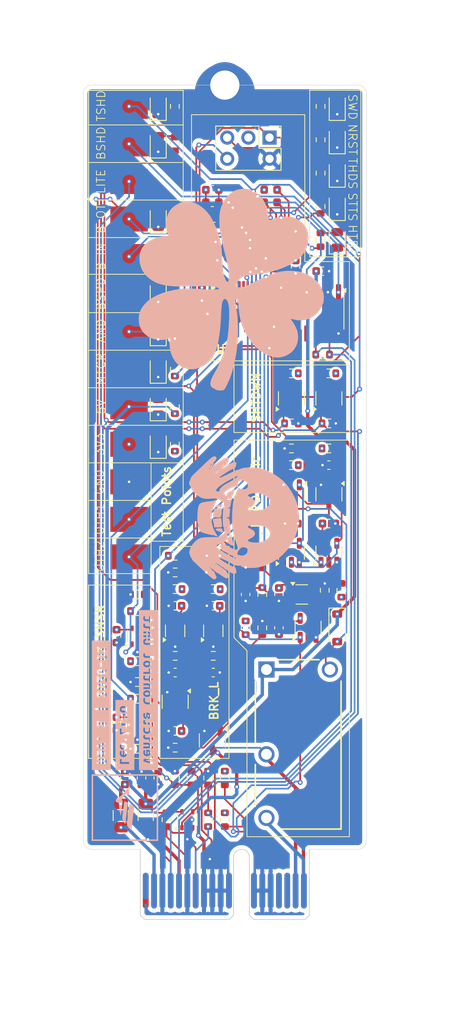
<source format=kicad_pcb>
(kicad_pcb (version 20241229) (generator "pcbnew") (generator_version "9.0")
  (layers (0 "F.Cu" signal) (4 "In1.Cu" signal) (6 "In2.Cu" signal) (2 "B.Cu" signal) (13 "F.Paste" user) (15 "B.Paste" user) (5 "F.SilkS" user "F.Silkscreen") (7 "B.SilkS" user "B.Silkscreen") (1 "F.Mask" user) (3 "B.Mask" user) (25 "Edge.Cuts" user))
  (net 0 "")
  (net 1 "GND")
  (net 2 "+3V3")
  (net 3 "/Microcontroller - STM32G441CBT6 (page 2)/NRST")
  (net 4 "Net-(U1-(EVENTOUT{slash}SPI2_SCK{slash}I2S2_CK{slash}GPIO_EXTI1)PF1-OSC_OUT)")
  (net 5 "Net-(U1-(EVENTOUT{slash}TIM1_CH3N{slash}SPI2_NSS{slash}I2S2_WS{slash}I2C2_SDA{slash}GPIO_EXTI0)PF0-OSC_IN)")
  (net 6 "+5V")
  (net 7 "/BSPD/RC_TIMER_STATUS")
  (net 8 "Net-(C18-Pad1)")
  (net 9 "Net-(Q1-G)")
  (net 10 "/BrakeLight/BRAKE_PRESS_SENSE_FILTERED")
  (net 11 "Net-(C25-Pad1)")
  (net 12 "Net-(C26-Pad1)")
  (net 13 "Net-(D1-A)")
  (net 14 "Net-(D2-A)")
  (net 15 "Net-(D3-A)")
  (net 16 "Net-(D4-A)")
  (net 17 "Net-(D5-A)")
  (net 18 "Net-(D6-A)")
  (net 19 "Net-(D7-A)")
  (net 20 "Net-(D8-A)")
  (net 21 "Net-(D9-A)")
  (net 22 "Net-(D10-A)")
  (net 23 "Net-(D11-A)")
  (net 24 "Net-(D13-A)")
  (net 25 "Net-(D14-A)")
  (net 26 "Net-(D12-A)")
  (net 27 "Net-(J2-5V)")
  (net 28 "Net-(J2-3.3V)")
  (net 29 "/Microcontroller - STM32G441CBT6 (page 2)/SWCLK")
  (net 30 "/Microcontroller - STM32G441CBT6 (page 2)/SWDIO")
  (net 31 "/PCIe x1 Connector/INPUT_THROTTLE_2")
  (net 32 "/PCIe x1 Connector/INPUT_THROTTLE_1")
  (net 33 "/BrakeLight/BRAKELIGHT_CONN")
  (net 35 "/BSPD/BSPD_RELAY_IN")
  (net 37 "/Microcontroller - STM32G441CBT6 (page 2)/CAN_-")
  (net 39 "/Microcontroller - STM32G441CBT6 (page 2)/CAN_+")
  (net 40 "/PCIe x1 Connector/THROTTLE_1+")
  (net 42 "/BSPD/BSPD_RELAY_OUT")
  (net 43 "/PCIe x1 Connector/SS_INERTIA_SWITCH")
  (net 44 "/PCIe x1 Connector/THROTTLE_2+")
  (net 46 "Net-(J2-io_2)")
  (net 47 "Net-(J2-io_1)")
  (net 51 "Net-(Q1-D)")
  (net 52 "/BSPD/BSPD_LL")
  (net 53 "/BSPD/BRAKELIGHT_LL")
  (net 54 "/Microcontroller - STM32G441CBT6 (page 2)/SS_INERTIA_OUTPUT")
  (net 55 "/Microcontroller - STM32G441CBT6 (page 2)/BSPD_SHUTDOWN_SENSE")
  (net 56 "/Microcontroller - STM32G441CBT6 (page 2)/5KW_LED")
  (net 57 "/Microcontroller - STM32G441CBT6 (page 2)/BRAKE_LL_LED")
  (net 58 "/Microcontroller - STM32G441CBT6 (page 2)/BSPD_TRIP_LED")
  (net 59 "/Microcontroller - STM32G441CBT6 (page 2)/HEARTBEAT_LED")
  (net 60 "/BSPD/MOTOR_CURRENT_SENSE")
  (net 61 "Net-(R20-Pad1)")
  (net 62 "Net-(U3--)")
  (net 63 "Net-(U5--)")
  (net 64 "Net-(R24-Pad1)")
  (net 65 "/BrakeLight/BRAKE_PRESS_SENSE")
  (net 66 "Net-(U9--)")
  (net 67 "Net-(U8-+)")
  (net 68 "Net-(R34-Pad1)")
  (net 69 "Net-(R27-Pad1)")
  (net 70 "Net-(U11--)")
  (net 71 "/Microcontroller - STM32G441CBT6 (page 2)/OUTPUT_THROTTLE_2")
  (net 72 "Net-(R35-Pad1)")
  (net 73 "/Microcontroller - STM32G441CBT6 (page 2)/OUTPUT_THROTTLE_1")
  (net 74 "Net-(U12--)")
  (net 75 "/Microcontroller - STM32G441CBT6 (page 2)/THROTTLE_DISABLE")
  (net 90 "/Microcontroller - STM32G441CBT6 (page 2)/CAN_TX")
  (net 91 "/Microcontroller - STM32G441CBT6 (page 2)/CAN_RX")
  (footprint "OEM:C_0603_1608Metric" (layer "F.Cu") (at 100.5 64.5)
    (property "Reference" "C1" (hide yes))
    (property "Value" "C_0.1uF")
  )
  (footprint "OEM:R_0603_1608Metric" (layer "F.Cu") (at 99.5 115.5 90)
    (property "Reference" "R19" (hide yes))
    (property "Value" "R_100k")
  )
  (footprint "OEM:C_0603_1608Metric" (layer "F.Cu") (at 103.5 72.25 -90)
    (property "Reference" "C4" (hide yes))
    (property "Value" "C_1uF")
  )
  (footprint "OEM:LQFP-48_7x7mm_P0.5mm" (layer "F.Cu") (at 97 70.5 90)
    (property "Reference" "U1" (hide yes))
    (property "Value" "STM32G441CBT6")
  )
  (footprint "OEM:D_0805_2012Metric" (layer "F.Cu") (at 108.5 61 90)
    (property "Reference" "D5" (hide yes))
    (property "Value" "THROTTLE_DISABLE")
  )
  (footprint "OEM:R_0603_1608Metric" (layer "F.Cu") (at 84.5 124)
    (property "Reference" "R44" (hide yes))
    (property "Value" "R_0")
  )
  (footprint "OEM:C_0603_1608Metric" (layer "F.Cu") (at 100.905512 78.648362 -90)
    (property "Reference" "C8" (hide yes))
    (property "Value" "C_30pF")
  )
  (footprint "OEM:SOT-23-5" (layer "F.Cu") (at 103 106.5 90)
    (property "Reference" "U6" (hide yes))
    (property "Value" "SN74LVC1G02DBVR")
  )
  (footprint "OEM:R_0603_1608Metric" (layer "F.Cu") (at 107 111 90)
    (property "Reference" "R23" (hide yes))
    (property "Value" "R_10k")
  )
  (footprint "OEM:SOT-353_SC-70-5" (layer "F.Cu") (at 84.5 116.5 90)
    (property "Reference" "U12" (hide yes))
    (property "Value" "MCP6001T-I/LT")
  )
  (footprint "OEM:TP_Hook_SMD" (layer "F.Cu") (at 83.5 66.5)
    (property "Reference" "TP8" (hide yes))
    (property "Value" "TP_SMD")
  )
  (footprint "OEM:D_0805_2012Metric" (layer "F.Cu") (at 87 53 90)
    (property "Reference" "D14" (hide yes))
    (property "Value" "D_Blue_LED")
  )
  (footprint "OEM:C_0603_1608Metric" (layer "F.Cu") (at 82 116.5 -90)
    (property "Reference" "C29" (hide yes))
    (property "Value" "C_0.1uF")
  )
  (footprint "OEM:TP_Hook_SMD" (layer "F.Cu") (at 83.5 98)
    (property "Reference" "TP3" (hide yes))
    (property "Value" "GND")
  )
  (footprint "OEM:C_0603_1608Metric" (layer "F.Cu") (at 100.5 63 180)
    (property "Reference" "C7" (hide yes))
    (property "Value" "C_0.1uF")
  )
  (footprint "OEM:TP_Hook_SMD" (layer "F.Cu") (at 83.5 89)
    (property "Reference" "TP1" (hide yes))
    (property "Value" "5V")
  )
  (footprint "OEM:R_0603_1608Metric" (layer "F.Cu") (at 106.5 53 90)
    (property "Reference" "R9" (hide yes))
    (property "Value" "R_200")
  )
  (footprint "OEM:C_0603_1608Metric" (layer "F.Cu") (at 82 127 -90)
    (property "Reference" "C28" (hide yes))
    (property "Value" "C_0.1uF")
  )
  (footprint "OEM:R_0603_1608Metric" (layer "F.Cu") (at 107.5 85 180)
    (property "Reference" "R42" (hide yes))
    (property "Value" "R_10k")
  )
  (footprint "OEM:R_0603_1608Metric" (layer "F.Cu") (at 103 94)
    (property "Reference" "R28" (hide yes))
    (property "Value" "R_10k")
  )
  (footprint "OEM:D_SOD-123" (layer "F.Cu") (at 108.5 115.5 -90)
    (property "Reference" "D11" (hide yes))
    (property "Value" "D_36V_500mW")
  )
  (footprint "OEM:D_0805_2012Metric" (layer "F.Cu") (at 108.5 53 90)
    (property "Reference" "D9" (hide yes))
    (property "Value" "SWDIO")
  )
  (footprint "OEM:R_0603_1608Metric" (layer "F.Cu") (at 89 75.5 90)
    (property "Reference" "R27" (hide yes))
    (property "Value" "R_1k")
  )
  (footprint "OEM:SOT-23-3" (layer "F.Cu") (at 93.5 129 -90)
    (property "Reference" "Q3" (hide yes))
    (property "Value" "SSM3K333R,LF")
  )
  (footprint "OEM:R_0603_1608Metric" (layer "F.Cu") (at 109 111 90)
    (property "Reference" "R22" (hide yes))
    (property "Value" "R_10k")
  )
  (footprint "OEM:SOT-23-3" (layer "F.Cu") (at 103 88 90)
    (property "Reference" "Q4" (hide yes))
    (property "Value" "SSM3K333R,LF")
  )
  (footprint "OEM:R_0603_1608Metric" (layer "F.Cu") (at 95 133.5 -90)
    (property "Reference" "R12" (hide yes))
    (property "Value" "R_200")
  )
  (footprint "OEM:R_0603_1608Metric" (layer "F.Cu") (at 106.5 69 90)
    (property "Reference" "R4" (hide yes))
    (property "Value" "R_200")
  )
  (footprint "OEM:SOT-353_SC-70-5" (layer "F.Cu") (at 89.034903 115.863063 90)
    (property "Reference" "U8" (hide yes))
    (property "Value" "MCP6001T-I/LT")
  )
  (footprint "OEM:SOT-23-3" (layer "F.Cu") (at 107.5 88 90)
    (property "Reference" "Q5" (hide yes))
    (property "Value" "SSM3K333R,LF")
  )
  (footprint "OEM:C_0603_1608Metric" (layer "F.Cu") (at 101.75 75.51431 90)
    (property "Reference" "C9" (hide yes))
    (property "Value" "C_0.1uF")
  )
  (footprint "OEM:R_0603_1608Metric" (layer "F.Cu") (at 97.5 115.5 -90)
    (property "Reference" "R18" (hide yes))
    (property "Value" "R_100k")
  )
  (footprint "OEM:C_0603_1608Metric" (layer "F.Cu") (at 103.5 68.75 -90)
    (property "Reference" "C2" (hide yes))
    (property "Value" "C_10nF")
  )
  (footprint "OEM:R_0603_1608Metric" (layer "F.Cu") (at 89 93.5 90)
    (property "Reference" "R7" (hide yes))
    (property "Value" "R_200")
  )
  (footprint "OEM:TP_Hook_SMD" (layer "F.Cu") (at 83.5 84.5)
    (property "Reference" "TP4" (hide yes))
    (property "Value" "TP_SMD")
  )
  (footprint "OEM:R_0603_1608Metric" (layer "F.Cu") (at 106.5 65 90)
    (property "Reference" "R3" (hide yes))
    (property "Value" "R_200")
  )
  (footprint "OEM:D_0805_2012Metric" (layer "F.Cu") (at 87 57.5 90)
    (property "Reference" "D13" (hide yes))
    (property "Value" "D_Blue_LED")
  )
  (footprint "OEM:SOT-23-5" (layer "F.Cu") (at 105 115.5 90)
    (property "Reference" "U4" (hide yes))
    (property "Value" "SN74LVC1G08DBVR")
  )
  (footprint "OEM:R_0603_1608Metric" (layer "F.Cu") (at 84.5 111.5 180)
    (property "Reference" "R48" (hide yes))
    (property "Value" "R_2.2k")
  )
  (footprint "OEM:D_0805_2012Metric" (layer "F.Cu") (at 87 66.5 90)
    (property "Reference" "D2" (hide yes))
    (property "Value" "BRAKES")
  )
  (footprint "OEM:R_0603_1608Metric" (layer "F.Cu") (at 89 57.5 90)
    (property "Reference" "R37" (hide yes))
    (property "Value" "R_3k")
  )
  (footprint "OEM:TP_Hook_SMD" (layer "F.Cu") (at 83.5 75.5)
    (property "Reference" "TP6" (hide yes))
    (property "Value" "TP_SMD")
  )
  (footprint "OEM:R_0603_1608Metric" (layer "F.Cu") (at 89 89 90)
    (property "Reference" "R6" (hide yes))
    (property "Value" "R_1k")
  )
  (footprint "OEM:SOT-23-3" (layer "F.Cu") (at 107.5 99.5 -90)
    (property "Reference" "Q1" (hide yes))
    (property "Value" "SSM3K333R,LF")
  )
  (footprint "OEM:C_0603_1608Metric" (layer "F.Cu") (at 93.616327 112.863063 180)
    (property "Reference" "C24" (hide yes))
    (property "Value" "C_0.1uF")
  )
  (footprint "OEM:R_0603_1608Metric" (layer "F.Cu") (at 89 66.5 90)
    (property "Reference" "R2" (hide yes))
    (property "Value" "R_200")
  )
  (footprint "OEM:R_0603_1608Metric" (layer "F.Cu") (at 89.034903 110.863063 180)
    (property "Reference" "R32" (hide yes))
    (property "Value" "R_10k")
  )
  (footprint "OEM:SOT-23-5" (layer "F.Cu") (at 107.5 106.5 90)
    (property "Reference" "U7" (hide yes))
    (property "Value" "SN74LVC1G02DBVR")
  )
  (footprint "OEM:R_0603_1608Metric" (layer "F.Cu") (at 103 91)
    (property "Reference" "R38" (hide yes))
    (property "Value" "R_100k")
  )
  (footprint "OEM:TP_Hook_SMD" (layer "F.Cu") (at 83.5 53)
    (property "Reference" "TP11" (hide yes))
    (property "Value" "TP_SMD")
  )
  (footprint "OEM:C_0603_1608Metric" (layer "F.Cu") (at 89.034903 127.863063 180)
    (property "Reference" "C27" (hide yes))
    (property "Value" "C_0.1uF")
  )
  (footprint "OEM:R_0603_1608Metric" (layer "F.Cu") (at 95 138.5 -90)
    (property "Reference" "R11" (hide yes))
    (property "Value" "R_10k")
  )
  (footprint "OEM:R_0603_1608Metric" (layer "F.Cu") (at 107.5 91)
    (property "Reference" "R41" (hide yes))
    (property "Value" "R_100k")
  )
  (footprint "OEM:C_0603_1608Metric" (layer "F.Cu") (at 107.5 96)
    (property "Reference" "C19" (hide yes))
    (property "Value" "C_0.1uF")
  )
  (footprint "OEM:C_0603_1608Metric" (layer "F.Cu") (at 101.5 111.5 -90)
    (property "Reference" "C17" (hide yes))
    (property "Value" "C_0.1uF")
  )
  (footprint "OEM:SOT-353_SC-70-5" (layer "F.Cu") (at 84.5 127 90)
    (property "Reference" "U11" (hide yes))
    (property "Value" "MCP6001T-I/LT")
  )
  (footprint "OEM:R_0603_1608Metric" (layer "F.Cu") (at 89 133.5 90)
    (property "Reference" "R17" (hide yes))
    (property "Value" "R_10k")
  )
  (footprint "OEM:C_0603_1608Metric" (layer "F.Cu") (at 85 133.5 90)
    (property "Reference" "C12" (hide yes))
    (property "Value" "C_10uF_10V")
  )
  (footprint "OEM:C_0603_1608Metric" (layer "F.Cu") (at 107.5 103)
    (property "Reference" "C21" (hide yes))
    (property "Value" "C_0.1uF")
  )
  (footprint "OEM:R_0603_1608Metric" (layer "F.Cu") (at 89.034903 108.863063 180)
    (property "Reference" "R33" (hide yes))
    (property "Value" "R_1k")
  )
  (footprint "OEM:C_0603_1608Metric" (layer "F.Cu") (at 106.743998 72.75)
    (property "Reference" "C11" (hide yes))
    (property "Value" "C_0.1uF_16V")
  )
  (footprint "OEM:C_0603_1608Metric" (layer "F.Cu") (at 83 133.5 90)
    (property "Reference" "C13" (hide yes))
    (property "Value" "C_10uF_10V")
  )
  (footprint "OEM:C_0603_1608Metric" (layer "F.Cu") (at 93.616327 106.863063)
    (property "Reference" "C22" (hide yes))
    (property "Value" "C_0.22uF_50V")
  )
  (footprint "OEM:SOT-353_SC-70-5" (layer "F.Cu") (at 93.616327 115.863063 90)
    (property "Reference" "U9" (hide yes))
    (property "Value" "MCP6001T-I/LT")
  )
  (footprint "OEM:D_0805_2012Metric" (layer "F.Cu") (at 108.5 65 90)
    (property "Reference" "D3" (hide yes))
    (property "Value" "BSPD_TRIP")
  )
  (footprint "OEM:G5Q1A4DC5 (K_SPST-NO_10A_5V_TH - G5Q-1A4-DC5)" (layer "F.Cu") (at 100 120.5 -90)
    (property "Reference" "K1" (hide yes))
    (property "Value" "K_10A_5V" (hide yes))
  )
  (footprint "OEM:C_0603_1608Metric" (layer "F.Cu") (at 97.5 111.5 -90)
    (property "Reference" "C16" (hide yes))
    (property "Value" "C_10uF_10V")
  )
  (footprint "OEM:R_0603_1608Metric" (layer "F.Cu") (at 84.5 130)
    (property "Reference" "R43" (hide yes))
    (property "Value" "R_1M")
  )
  (footprint "OEM:Fuse_1206_3216Metric" (layer "F.Cu") (at 82.5 138 -90)
    (property "Reference" "F2" (hide yes))
    (property "Value" "F_500mA_8V")
  )
  (footprint "OEM:C_0603_1608Metric" (layer "F.Cu") (at 87.010499 133.5 -90)
    (property "Reference" "C14" (hide yes))
    (property "Value" "C_0.1uF")
  )
  (footprint "OEM:TP_Hook_SMD" (layer "F.Cu") (at 83.5 57.5)
    (property "Reference" "TP10" (hide yes))
    (property "Value" "TP_SMD")
  )
  (footprint "OEM:R_0603_1608Metric" (layer "F.Cu") (at 89.034903 118.863063)
    (property "Reference" "R34" (hide yes))
    (property "Value" "R_10k")
  )
  (footprint "OEM:FA238160000MBC0 (X_16MHz_18pF_SMD - FA-238_16.0000MB-C0)" (layer "F.Cu") (at 96.905512 78.648362 180)
    (property "Reference" "Y1" (hide yes))
    (property "Value" "X_16MHz_18pF" (hide yes))
  )
  (footprint "OEM:TP_Hook_SMD" (layer "F.Cu") (at 83.5 62)
    (property "Reference" "TP9" (hide yes))
    (property "Value" "TP_SMD")
  )
  (footprint "OEM:J_Programming_Pin_Header_Keyed" (layer "F.Cu") (at 100.37 56.74 -90)
    (property "Reference" "J1" (hide yes))
    (property "Value" "J_Programming_Pin_Header")
  )
  (footprint "OEM:D_0805_2012Metric" (layer "F.Cu") (at 108.5 57 90)
    (property "Reference" "D8" (hide yes))
    (property "Value" "NRST")
  )
  (footprint "OEM:R_0603_1608Metric" (layer "F.Cu") (at 89 53 90)
    (property "Reference" "R40" (hide yes))
    (property "Value" "R_3k")
  )
  (footprint "OEM:R_0603_1608Metric" (layer "F.Cu") (at 89.034903 129.863063 180)
    (property "Reference" "R36" (hide yes))
    (property "Value" "R_10k")
  )
  (footprint "OEM:C_0603_1608Metric" (layer "F.Cu") (at 92.25 75.5 -90)
    (property "Reference" "C5" (hide yes))
    (property "Value" "C_0.1uF")
  )
  (footprint "OEM:D_0805_2012Metric" (layer "F.Cu") (at 87 80 90)
    (property "Reference" "D10" (hide yes))
    (property "Value" "D_Amber_LED")
  )
  (footprint "OEM:R_0603_1608Metric" (layer "F.Cu") (at 103 96 180)
    (property "Reference" "R25" (hide yes))
    (property "Value" "R_100k")
  )
  (footprint "OEM:H_MountingHole" (layer "F.Cu") (at 95 50.434)
    (property "Reference" "H1" (hide yes))
    (property "Value" "H_MountingHole" (hide yes))
  )
  (footprint "OEM:R_0603_1608Metric" (layer "F.Cu") (at 89.034903 106.863063)
    (property "Reference" "R29" (hide yes))
    (property "Value" "R_75k")
  )
  (footprint "OEM:R_0603_1608Metric" (layer "F.Cu") (at 84.5 122 180)
    (property "Reference" "R45" (hide yes))
    (property "Value" "R_2.2k")
  )
  (footprint "OEM:R_0603_1608Metric" (layer "F.Cu") (at 93 133.5 90)
    (property "Reference" "R15" (hide yes))
    (property "Value" "R_10k")
  )
  (footprint "OEM:D_0805_2012Metric" (layer "F.Cu") (at 87 75.5 90)
    (property "Reference" "D12" (hide yes))
    (property "Value" "BSPD_TRIP_LED")
  )
  (footprint "OEM:R_0603_1608Metric" (layer "F.Cu") (at 107.5 94)
    (property "Reference" "R26" (hide yes))
    (property "Value" "R_10k")
  )
  (footprint "OEM:R_0603_1608Metric" (layer "F.Cu") (at 106.743998 82.75 180)
    (property "Reference" "R10" (hide yes))
    (property "Value" "R_120")
  )
  (footprint "OEM:C_0603_1608Metric" (layer "F.Cu") (at 89.034903 120.863063 180)
    (property "Reference" "C25" (hide yes))
    (property "Value" "C_1uF_25V")
  )
  (footprint "OEM:R_0603_1608Metric" (layer "F.Cu") (at 93.616327 110.863063 180)
    (property "Reference" "R30" (hide yes))
    (property "Value" "R_576")
  )
  (footprint "OEM:TP_Hook_SMD" (layer "F.Cu") (at 83.5 71)
    (property "Reference" "TP7" (hide yes))
    (property "Value" "TP_SMD")
  )
  (footprint "OEM:R_0603_1608Metric" (layer "F.Cu") (at 106.5 61 90)
    (property "Reference" "R5" (hide yes))
    (property "Value" "R_200")
  )
  (footprint "OEM:TP_Hook_SMD" (layer "F.Cu") (at 83.5 107)
    (property "Reference" "TP13" (hide yes))
    (property "Value" "TP_SMD")
  )
  (footprint "OEM:TP_Hook_SMD" (layer "F.Cu") (at 83.5 102.5)
    (property "Reference" "TP12" (hide yes))
    (property "Value" "TP_SMD")
  )
  (footprint "OEM:R_0603_1608Metric" (layer "F.Cu") (at 93 138.5 90)
    (property "Reference" "R14" (hide yes))
    (property "Value" "R_5.1k")
  )
  (footprint "OEM:SOT-353_SC-70-5" (layer "F.Cu") (at 104.25 111.5)
    (property "Reference" "U5" (hide yes))
    (property "Value" "MCP6001T-I/LT")
  )
  (footprint "OEM:TP_Hook_SMD" (layer "F.Cu") (at 83.5 93.5)
    (property "Reference" "TP2" (hide yes))
    (property "Value" "3V3")
  )
  (footprint "OEM:J_PCIe_x1_Key" (layer "F.Cu") (at 85.5 147)
    (property "Reference" "J2" (hide yes))
    (property "Value" "J_PCIe_x1")
    (fp_line (start -0.65 -4.95) (end -0.65 2.95) (stroke (width 0.1)) (layer "Edge.Cuts"))
    (fp_line (start -0.65 2.95) (end -0.15 3.45) (stroke (width 0.1)) (layer "Edge.Cuts"))
    (fp_line (start -0.15 3.45) (end 10.05 3.45) (stroke (width 0.1)) (layer "Edge.Cuts"))
    (fp_line (start 10.55 -4) (end 10.55 2.95) (stroke (width 0.1)) (layer "Edge.Cuts"))
    (fp_line (start 10.55 2.95) (end 10.05 3.45) (stroke (width 0.1)) (layer "Edge.Cuts"))
    (fp_line (start 12.45 -4) (end 12.45 2.95) (stroke (width 0.1)) (layer "Edge.Cuts"))
    (fp_line (start 12.45 2.95) (end 12.95 3.45) (stroke (width 0.1)) (layer "Edge.Cuts"))
    (fp_line (start 12.95 3.45) (end 19.15 3.45) (stroke (width 0.1)) (layer "Edge.Cuts"))
    (fp_line (start 19.65 -4.95) (end 19.65 2.95) (stroke (width 0.1)) (layer "Edge.Cuts"))
    (fp_line (start 19.65 2.95) (end 19.15 3.45) (stroke (width 0.1)) (layer "Edge.Cuts"))
    (fp_arc (start 10.55 -4) (mid 11.5 -4.95) (end 12.45 -4) (stroke (width 0.1)) (layer "Edge.Cuts"))
  )
  (footprint "OEM:R_0603_1608Metric" (layer "F.Cu") (at 106.5 57 90)
    (property "Reference" "R8" (hide yes))
    (property "Value" "R_200")
  )
  (footprint "OEM:C_0603_1608Metric" (layer "F.Cu") (at 89.034903 112.863063 180)
    (property "Reference" "C23" (hide yes))
    (property "Value" "C_0.1uF")
  )
  (footprint "OEM:R_0603_1608Metric" (layer "F.Cu") (at 84.5 113.5)
    (property "Reference" "R47" (hide yes))
    (property "Value" "R_0")
  )
  (footprint "OEM:R_0603_1608Metric" (layer "F.Cu") (at 89 80 90)
    (property "Reference" "R20" (hide yes))
    (property "Value" "R_1k")
  )
  (footprint "OEM:R_0603_1608Metric" (layer "F.Cu") (at 99.5 111.5 90)
    (property "Reference" "R21" (hide yes))
    (property "Value" "R_71.5k")
  )
  (footprint "OEM:C_0603_1608Metric" (layer "F.Cu") (at 101.5 115.5 90)
    (property "Reference" "C15" (hide yes))
    (property "Value" "C_0.1uF")
  )
  (footprint "OEM:C_0603_1608Metric" (layer "F.Cu") (at 92.905512 78.648362 90)
    (property "Reference" "C10" (hide yes))
    (property "Value" "C_30pF")
  )
  (footprint "OEM:R_0603_1608Metric" (layer "F.Cu") (at 93.616327 118.863063)
    (property "Reference" "R35" (hide yes))
    (property "Value" "R_10k")
  )
  (footprint "OEM:R_0603_1608Metric" (layer "F.Cu") (at 91 133.5 -90)
    (property "Reference" "R16" (hide yes))
    (property "Value" "R_5.1k")
  )
  (footprint "OEM:C_0603_1608Metric" (layer "F.Cu") (at 93.5 63)
    (property "Reference" "C6" (hide yes))
    (property "Value" "C_4.7uF")
  )
  (footprint "OEM:D_0805_2012Metric" (layer "F.Cu") (at 87 84.5 90)
    (property "Reference" "D1" (hide yes))
    (property "Value" "MOTOR_ON")
  )
  (footprint "OEM:C_0603_1608Metric" (layer "F.Cu") (at 97.5 107.5 -90)
    (property "Reference" "C18" (hide yes))
    (property "Value" "C_1uF")
  )
  (footprint "OEM:R_0603_1608Metric" (layer "F.Cu") (at 84.5 119.5)
    (property "Reference" "R46" (hide yes))
    (property "Value" "R_1M")
  )
  (footprint "OEM:TP_Hook_SMD" (layer "F.Cu") (at 83.5 80)
    (property "Reference" "TP5" (hide yes))
    (property "Value" "TP_SMD")
  )
  (footprint "OEM:SOT-23-5" (layer "F.Cu") (at 89.034903 124.363063 -90)
    (property "Reference" "U10" (hide yes))
    (property "Value" "SN74LVC1G32DBVR")
  )
  (footprint "OEM:R_0603_1608Metric" (layer "F.Cu") (at 89 84.5 90)
    (property "Reference" "R1" (hide yes))
    (property "Value" "R_200")
  )
  (footprint "OEM:D_0805_2012Metric" (layer "F.Cu") (at 87 89 90)
    (property "Reference" "D6" (hide yes))
    (property "Value" "5V")
  )
  (footprint "OEM:D_0805_2012Metric" (layer "F.Cu") (at 108.5 69 90)
    (property "Reference" "D4" (hide yes))
    (property "Value" "HEARTBEAT")
  )
  (footprint "OEM:R_0603_1608Metric" (layer "F.Cu") (at 99.5 107.5 90)
    (property "Reference" "R24" (hide yes))
    (property "Value" "R_10k")
  )
  (footprint "OEM:SOT-23-3" (layer "F.Cu") (at 103 99.5 -90)
    (property "Reference" "Q2" (hide yes))
    (property "Value" "SSM3K333R,LF")
  )
  (footprint "OEM:SOIC-8_3.9x4.9mm_P1.27mm" (layer "F.Cu") (at 106.743998 77.75 -90)
    (property "Reference" "U2" (hide yes))
    (property "Value" "MCP2561-E_SN")
  )
  (footprint "OEM:SOT-353_SC-70-5" (layer "F.Cu") (at 90.5 138.5 90)
    (property "Reference" "U3" (hide yes))
    (property "Value" "MCP6001T-I/LT")
  )
  (footprint "OEM:Fuse_1206_3216Metric" (layer "F.Cu") (at 85.5 138 -90)
    (property "Reference" "F1" (hide yes))
    (property "Value" "F_500mA_8V")
  )
  (footprint "OEM:D_0805_2012Metric" (layer "F.Cu") (at 87 93.5 90)
    (property "Reference" "D7" (hide yes))
    (property "Value" "3V3")
  )
  (footprint "OEM:R_0603_1608Metric" (layer "F.Cu") (at 93.616327 108.863063 180)
    (property "Reference" "R31" (hide yes))
    (property "Value" "R_100")
  )
  (footprint "OEM:R_0603_1608Metric" (layer "F.Cu") (at 103 85 180)
    (property "Reference" "R39" (hide yes))
    (property "Value" "R_10k")
  )
  (footprint "OEM:R_0603_1608Metric" (layer "F.Cu") (at 88 138.5 -90)
    (property "Reference" "R13" (hide yes))
    (property "Value" "R_10k")
  )
  (footprint "OEM:C_0603_1608Metric" (layer "F.Cu") (at 93.5 64.5)
    (property "Reference" "C3" (hide yes))
    (property "Value" "C_0.1uF")
  )
  (footprint "OEM:C_0603_1608Metric" (layer "F.Cu") (at 93.616327 120.863063)
    (property "Reference" "C26" (hide yes))
    (property "Value" "C_0.1uF_16V")
  )
  (footprint "OEM:C_0603_1608Metric" (layer "F.Cu") (at 103 103)
    (property "Reference" "C20" (hide yes))
    (property "Value" "C_0.1uF")
  )
  (footprint "LOGO" (layer "B.Cu") (at 95.68467 75.063406 180)
    (property "Reference" "G***" (hide yes))
    (property "Value" "LOGO" (hide yes))
  )
  (footprint "OEM:OEM_Logo_8mm" (layer "B.Cu") (at 83 137.05 90)
    (property "Reference" "REF**" (hide yes))
    (property "Value" "OEM_Logo_8mm")
  )
  (footprint "kibuzzard-6983BE89" (layer "B.Cu") (at 80.165 124.78573 90)
    (property "Reference" "kibuzzard-6983BE89" (hide yes))
    (property "Value" "G***" (hide yes))
  )
  (footprint "kibuzzard-6983C636" (layer "B.Cu") (at 83 128.3434 90)
    (property "Reference" "kibuzzard-6983C636" (hide yes))
    (property "Value" "G***" (hide yes))
  )
  (footprint "LOGO" (layer "B.Cu") (at 97.44 102.26 90)
    (property "Reference" "G***" (hide yes))
    (property "Value" "LOGO" (hide yes))
  )
  (footprint "kibuzzard-6983C564" (layer "B.Cu") (at 85.834 122.96069 90)
    (property "Reference" "kibuzzard-6983C564" (hide yes))
    (property "Value" "G***" (hide yes))
  )
  (gr_line (start 91 54) (end 104.6 54) (stroke (width 0.1)) (layer "F.SilkS"))
  (gr_line (start 78.64 131.15) (end 86.140006 131.15) (stroke (width 0.1)) (layer "F.SilkS"))
  (gr_line (start 78.65 91.225013) (end 90.010039 91.225013) (stroke (width 0.1)) (layer "F.SilkS"))
  (gr_line (start 96.104365 116.684365) (end 96.104365 93) (stroke (width 0.1)) (layer "F.SilkS"))
  (gr_line (start 87.2 105.75) (end 95.5 105.75) (stroke (width 0.1)) (layer "F.SilkS"))
  (gr_line (start 78.64 73.125013) (end 90 73.125013) (stroke (width 0.1)) (layer "F.SilkS"))
  (gr_line (start 95.5 131.15) (end 95.5 105.75) (stroke (width 0.1)) (layer "F.SilkS"))
  (gr_line (start 105.2 51.05) (end 105.2 71.04) (stroke (width 0.1)) (layer "F.SilkS"))
  (gr_line (start 109.96 83.99) (end 109.96 92.09) (stroke (width 0.1)) (layer "F.SilkS"))
  (gr_line (start 90 51.08) (end 90 105.12) (stroke (width 0.1)) (layer "F.SilkS"))
  (gr_line (start 111.33 71.04) (end 111.33 51.06) (stroke (width 0.1)) (layer "F.SilkS"))
  (gr_line (start 86.14 105.12) (end 86.14 95.735198) (stroke (width 0.1)) (layer "F.SilkS"))
  (gr_line (start 96.104365 92.09) (end 109.96 92.09) (stroke (width 0.1)) (layer "F.SilkS"))
  (gr_line (start 78.64 59.725013) (end 90 59.725013) (stroke (width 0.1)) (layer "F.SilkS"))
  (gr_line (start 91 83.5) (end 109.96 83.5) (stroke (width 0.1)) (layer "F.SilkS"))
  (gr_line (start 78.64 110.38) (end 86.14 110.38) (stroke (width 0.1)) (layer "F.SilkS"))
  (gr_line (start 109.96 93) (end 109.96 140.54) (stroke (width 0.1)) (layer "F.SilkS"))
  (gr_line (start 78.64 95.725013) (end 90 95.725013) (stroke (width 0.1)) (layer "F.SilkS"))
  (gr_line (start 78.64 55.225013) (end 90 55.225013) (stroke (width 0.1)) (layer "F.SilkS"))
  (gr_line (start 104.61 71.6) (end 109.96 71.6) (stroke (width 0.1)) (layer "F.SilkS"))
  (gr_line (start 86.14 109) (end 78.64 109) (stroke (width 0.1)) (layer "F.SilkS"))
  (gr_line (start 78.64 110.38) (end 78.64 131.15) (stroke (width 0.1)) (layer "F.SilkS"))
  (gr_line (start 96.104365 83.99) (end 109.96 83.99) (stroke (width 0.1)) (layer "F.SilkS"))
  (gr_line (start 109.96 71.6) (end 109.96 83.5) (stroke (width 0.1)) (layer "F.SilkS"))
  (gr_line (start 86.14 105.12) (end 86.14 109) (stroke (width 0.1)) (layer "F.SilkS"))
  (gr_line (start 105.2 71.04) (end 111.330032 71.04) (stroke (width 0.1)) (layer "F.SilkS"))
  (gr_line (start 97.66 118.24) (end 96.104365 116.684365) (stroke (width 0.1)) (layer "F.SilkS"))
  (gr_line (start 87.2 105.75) (end 87.2 131.15) (stroke (width 0.1)) (layer "F.SilkS"))
  (gr_line (start 97.66 140.54) (end 109.96 140.54) (stroke (width 0.1)) (layer "F.SilkS"))
  (gr_line (start 96.104365 93) (end 109.96 93) (stroke (width 0.1)) (layer "F.SilkS"))
  (gr_line (start 104.6 54) (end 104.61 71.6) (stroke (width 0.1)) (layer "F.SilkS"))
  (gr_line (start 111.33 51.06) (end 105.2 51.05) (stroke (width 0.1)) (layer "F.SilkS"))
  (gr_line (start 78.64 68.725013) (end 90 68.725013) (stroke (width 0.1)) (layer "F.SilkS"))
  (gr_line (start 78.64 77.725013) (end 90.000004 77.725013) (stroke (width 0.1)) (layer "F.SilkS"))
  (gr_line (start 78.64 104.74) (end 86.14 104.74) (stroke (width 0.1)) (layer "F.SilkS"))
  (gr_line (start 78.64 82.225013) (end 89.990039 82.225013) (stroke (width 0.1)) (layer "F.SilkS"))
  (gr_line (start 90 105.12) (end 86.14 105.12) (stroke (width 0.1)) (layer "F.SilkS"))
  (gr_line (start 96.104365 92.09) (end 96.104365 83.99) (stroke (width 0.1)) (layer "F.SilkS"))
  (gr_line (start 95.5 131.15) (end 87.2 131.15) (stroke (width 0.1)) (layer "F.SilkS"))
  (gr_line (start 78.64 51.08) (end 89.98 51.08) (stroke (width 0.1)) (layer "F.SilkS"))
  (gr_line (start 91 83.5) (end 91 54) (stroke (width 0.1)) (layer "F.SilkS"))
  (gr_line (start 78.64 100.23) (end 86.14 100.23) (stroke (width 0.1)) (layer "F.SilkS"))
  (gr_line (start 97.66 140.54) (end 97.66 118.24) (stroke (width 0.1)) (layer "F.SilkS"))
  (gr_line (start 78.64 109) (end 78.64 51.08) (stroke (width 0.1)) (layer "F.SilkS"))
  (gr_line (start 86.14 110.38) (end 86.14 131.15) (stroke (width 0.1)) (layer "F.SilkS"))
  (gr_line (start 90 64.225013) (end 78.64 64.225013) (stroke (width 0.1)) (layer "F.SilkS"))
  (gr_line (start 78.62 86.725013) (end 89.980039 86.725013) (stroke (width 0.1)) (layer "F.SilkS"))
  (gr_line (start 112 141.05) (end 112 51.45) (stroke (width 0.05)) (layer "Edge.Cuts"))
  (gr_line (start 105.15 142.05) (end 111 142.05) (stroke (width 0.05)) (layer "Edge.Cuts"))
  (gr_line (start 78 141.05) (end 78 51.45) (stroke (width 0.05)) (layer "Edge.Cuts"))
  (gr_line (start 84.85 142.05) (end 79 142.05) (stroke (width 0.05)) (layer "Edge.Cuts"))
  (gr_arc (start 111 50.45) (mid 111.707107 50.742893) (end 112 51.45) (stroke (width 0.05)) (layer "Edge.Cuts"))
  (gr_arc (start 112 141.05) (mid 111.707107 141.757107) (end 111 142.05) (stroke (width 0.05)) (layer "Edge.Cuts"))
  (gr_arc (start 79 142.05) (mid 78.292893 141.757107) (end 78 141.05) (stroke (width 0.05)) (layer "Edge.Cuts"))
  (gr_line (start 79 50.45) (end 111 50.45) (stroke (width 0.05)) (layer "Edge.Cuts"))
  (gr_arc (start 78 51.45) (mid 78.292893 50.742893) (end 79 50.45) (stroke (width 0.05)) (layer "Edge.Cuts"))
  (gr_text "3V3" (at 80.58 94.91 90) (layer "F.SilkS") (effects (font (size 1 1) (thickness 0.1)) (justify left bottom)))
  (gr_text "THTL_PSTN_SNSR" (at 80.59 125.5 90) (layer "F.SilkS") (effects (font (size 1 1) (thickness 0.2) (bold yes)) (justify left bottom)))
  (gr_text "BSPD" (at 80.72 77.5 90) (layer "F.SilkS") (effects (font (size 1 1) (thickness 0.1)) (justify left bottom)))
  (gr_text "BSHD" (at 80.72 59.48 90) (layer "F.SilkS") (effects (font (size 1 1) (thickness 0.1)) (justify left bottom)))
  (gr_text "B_IN" (at 80.72 72.72 90) (layer "F.SilkS") (effects (font (size 1 1) (thickness 0.1)) (justify left bottom)))
  (gr_text "B_OT" (at 80.72 68.32 90) (layer "F.SilkS") (effects (font (size 1 1) (thickness 0.1)) (justify left bottom)))
  (gr_text "SWD" (at 109.76 51.46 270) (layer "F.SilkS") (effects (font (size 1 1) (thickness 0.1)) (justify left bottom)))
  (gr_text "AND" (at 80.73 81.41 90) (layer "F.SilkS") (effects (font (size 1 1) (thickness 0.1)) (justify left bottom)))
  (gr_text "GND" (at 80.56 99.62 90) (layer "F.SilkS") (effects (font (size 1 1) (thickness 0.1)) (justify left bottom)))
  (gr_text "THDS" (at 109.76 59.1 270) (layer "F.SilkS") (effects (font (size 1 1) (thickness 0.1)) (justify left bottom)))
  (gr_text "STTS" (at 109.76 63.27 270) (layer "F.SilkS") (effects (font (size 1 1) (thickness 0.1)) (justify left bottom)))
  (gr_text "SHTDWN" (at 99.34 91.03 90) (layer "F.SilkS") (effects (font (size 1 1) (thickness 0.2) (bold yes)) (justify left bottom)))
  (gr_text "MTCR" (at 80.73 86.49 90) (layer "F.SilkS") (effects (font (size 1 1) (thickness 0.1)) (justify left bottom)))
  (gr_text "BRK_L" (at 94.29 126.68 90) (layer "F.SilkS") (effects (font (size 1 1) (thickness 0.2) (bold yes)) (justify left bottom)))
  (gr_text "5V" (at 80.74 89.97 90) (layer "F.SilkS") (effects (font (size 1 1) (thickness 0.1)) (justify left bottom)))
  (gr_text "BSPD Logic" (at 99.3 103.65 90) (layer "F.SilkS") (effects (font (size 1 1) (thickness 0.2) (bold yes)) (justify left bottom)))
  (gr_text "MCU" (at 91.7 82.72 0) (layer "F.SilkS") (effects (font (size 1 1) (thickness 0.2) (bold yes)) (justify left bottom)))
  (gr_text "LITE" (at 80.71 63.55 90) (layer "F.SilkS") (effects (font (size 1 1) (thickness 0.1)) (justify left bottom)))
  (gr_text "OTH2" (at 80.56 108.91 90) (layer "F.SilkS") (effects (font (size 1 1) (thickness 0.1)) (justify left bottom)))
  (gr_text "TSHD" (at 80.73 54.88 90) (layer "F.SilkS") (effects (font (size 1 1) (thickness 0.1)) (justify left bottom)))
  (gr_text "HTBT" (at 109.77 67.09 270) (layer "F.SilkS") (effects (font (size 1 1) (thickness 0.1)) (justify left bottom)))
  (gr_text "NRST" (at 109.76 55.03 270) (layer "F.SilkS") (effects (font (size 1 1) (thickness 0.1)) (justify left bottom)))
  (gr_text "OTH1" (at 80.58 104.43 90) (layer "F.SilkS") (effects (font (size 1 1) (thickness 0.1)) (justify left bottom)))
  (gr_text "Test Points" (at 88.6 104.7 90) (layer "F.SilkS") (effects (font (size 1 1) (thickness 0.2) (bold yes)) (justify left bottom)))
  (segment (start 108.5 65.9375) (end 108.5 65.94) (width 0.2032) (layer "F.Cu") (net 1))
  (segment (start 91.030396 138.520396) (end 90.5 139.050792) (width 0.2032) (layer "F.Cu") (net 1))
  (segment (start 107.518998 70.918502) (end 107.518998 72.75) (width 0.2032) (layer "F.Cu") (net 1))
  (segment (start 94.75 64.975) (end 94.75 66.3375) (width 0.2032) (layer "F.Cu") (net 1))
  (segment (start 88.259903 120.860097) (end 88.26 120.86) (width 0.2032) (layer "F.Cu") (net 1))
  (segment (start 103.95 90.875) (end 103.825 91) (width 0.2032) (layer "F.Cu") (net 1))
  (segment (start 92.841327 112.861327) (end 92.84 112.86) (width 0.2032) (layer "F.Cu") (net 1))
  (segment (start 102.05 98.3625) (end 102.05 98.36) (width 0.2032) (layer "F.Cu") (net 1))
  (segment (start 87.010499 134.270499) (end 87.01 134.27) (width 0.2032) (layer "F.Cu") (net 1))
  (segment (start 92.063914 72.75) (end 92.8375 72.75) (width 0.2032) (layer "F.Cu") (net 1))
  (segment (start 87 76.4375) (end 87 76.5) (width 0.2032) (layer "F.Cu") (net 1))
  (segment (start 103.95 107.6375) (end 103.95 107.64) (width 0.2032) (layer "F.Cu") (net 1))
  (segment (start 92.905512 77.873362) (end 95.780512 77.873362) (width 0.2032) (layer "F.Cu") (net 1))
  (segment (start 103.04 111.5) (end 103.3 111.5) (width 0.2032) (layer "F.Cu") (net 1))
  (segment (start 91.5 141.84) (end 91.5 147) (width 0.2032) (layer "F.Cu") (net 1))
  (segment (start 92.841327 112.863063) (end 92.841327 112.861327) (width 0.2032) (layer "F.Cu") (net 1))
  (segment (start 88.259903 112.860097) (end 88.26 112.86) (width 0.2032) (layer "F.Cu") (net 1))
  (segment (start 83.675 111.5) (end 83.68 111.5) (width 0.2032) (layer "F.Cu") (net 1))
  (segment (start 103.775 103) (end 103.78 103) (width 0.2032) (layer "F.Cu") (net 1))
  (segment (start 102.265 112.275) (end 103.04 111.5) (width 0.2032) (layer "F.Cu") (net 1))
  (segment (start 94.275 64.5) (end 94.75 64.975) (width 0.2032) (layer "F.Cu") (net 1))
  (segment (start 108.45 90.875) (end 108.325 91) (width 0.2032) (layer "F.Cu") (net 1))
  (segment (start 88.259903 112.863063) (end 88.259903 112.860097) (width 0.2032) (layer "F.Cu") (net 1))
  (segment (start 105.95 116.6375) (end 105.95 116.64) (width 0.2032) (layer "F.Cu") (net 1))
  (segment (start 91.06 138.5) (end 91.039604 138.520396) (width 0.2032) (layer "F.Cu") (net 1))
  (segment (start 102.175 94) (end 102.18 94) (width 0.2032) (layer "F.Cu") (net 1))
  (segment (start 88.259903 120.863063) (end 88.259903 120.860097) (width 0.2032) (layer "F.Cu") (net 1))
  (segment (start 108.648998 80.225) (end 108.648998 80.221002) (width 0.2032) (layer "F.Cu") (net 1))
  (segment (start 85 132.725) (end 85 132.73) (width 0.2032) (layer "F.Cu") (net 1))
  (segment (start 91.039604 138.520396) (end 91.030396 138.520396) (width 0.2032) (layer "F.Cu") (net 1))
  (segment (start 107 110.175) (end 107 110.18) (width 0.2032) (layer "F.Cu") (net 1))
  (segment (start 87 85.4375) (end 87 85.5) (width 0.2032) (layer "F.Cu") (net 1))
  (segment (start 93.5 143.522416) (end 93.2032 143.225616) (width 0.2032) (layer "F.Cu") (net 1))
  (segment (start 87 58.4375) (end 87 58.5) (width 0.2032) (layer "F.Cu") (net 1))
  (segment (start 92.55 127.8625) (end 92.55 127.86) (width 0.2032) (layer "F.Cu") (net 1))
  (segment (start 88.259903 127.860097) (end 88.26 127.86) (width 0.2032) (layer "F.Cu") (net 1))
  (segment (start 87 94.4375) (end 87 94.5) (width 0.2032) (layer "F.Cu") (net 1))
  (segment (start 82.36 117.325) (end 82.05 117.325) (width 0.2032) (layer "F.Cu") (net 1))
  (segment (start 108.275 103) (end 108.27 103) (width 0.2032) (layer "F.Cu") (net 1))
  (segment (start 90.5 139.050792) (end 90.5 139.45) (width 0.2032) (layer "F.Cu") (net 1))
  (segment (start 101.75 74.73931) (end 101.75 74.73) (width 0.2032) (layer "F.Cu") (net 1))
  (segment (start 94.391327 106.861327) (end 94.39 106.86) (width 0.2032) (layer "F.Cu") (net 1))
  (segment (start 107.518998 72.75) (end 107.518998 75.135) (width 0.2032) (layer "F.Cu") (net 1))
  (segment (start 87 80.9375) (end 87 81) (width 0.2032) (layer "F.Cu") (net 1))
  (segment (start 93.616327 117.756327) (end 93.62 117.76) (width 0.2032) (layer "F.Cu") (net 1))
  (segment (start 92.25 76.275) (end 91.4724 75.4974) (width 0.2032) (layer "F.Cu") (net 1))
  (segment (start 108.5 61.9375) (end 108.5 61.94) (width 0.2032) (layer "F.Cu") (net 1))
  (segment (start 108.648998 80.221002) (end 108.65 80.22) (width 0.2032) (layer "F.Cu") (net 1))
  (segment (start 108.45 89.1375) (end 108.45 90.875) (width 0.2032) (layer "F.Cu") (net 1))
  (segment (start 82.05 117.325) (end 82 117.275) (width 0.2032) (layer "F.Cu") (net 1))
  (segment (start 108.5 53.9375) (end 108.5 53.94) (width 0.2032) (layer "F.Cu") (net 1))
  (segment (start 102.775 70.25) (end 103.5 69.525) (width 0.2032) (layer "F.Cu") (net 1))
  (segment (start 103.5 69.525) (end 104.2776 70.3026) (width 0.2032) (layer "F.Cu") (net 1))
  (segment (start 106.725 96) (end 106.73 96) (width 0.2032) (layer "F.Cu") (net 1))
  (segment (start 94.275 63) (end 94.275 64.5) (width 0.2032) (layer "F.Cu") (net 1))
  (segment (start 92.791327 108.861327) (end 92.79 108.86) (width 0.2032) (layer "F.Cu") (net 1))
  (segment (start 93 132.675) (end 93 132.68) (width 0.2032) (layer "F.Cu") (net 1))
  (segment (start 89.034903 117.754903) (end 89.04 117.76) (width 0.2032) (layer "F.Cu") (net 1))
  (segment (start 100.880512 79.448362) (end 100.905512 79.423362) (width 0.2032) (layer "F.Cu") (net 1))
  (segment (start 103.95 89.1375) (end 103.95 90.875) (width 0.2032) (layer "F.Cu") (net 1))
  (segment (start 88.209903 129.863063) (end 88.209903 129.860097) (width 0.2032) (layer "F.Cu") (net 1))
  (segment (start 94.391327 106.863063) (end 94.391327 106.861327) (width 0.2032) (layer "F.Cu") (net 1))
  (segment (start 88.5 143.58) (end 88.5 147) (width 0.2032) (layer "F.Cu") (net 1))
  (segment (start 88.084903 123.225563) (end 88.084903 123.225097) (width 0.2032) (layer "F.Cu") (net 1))
  (segment (start 94.391327 120.863063) (end 94.391327 120.861327) (width 0.2032) (layer "F.Cu") (net 1))
  (segment (start 104.2776 72.2474) (end 103.5 73.025) (width 0.2032) (layer "F.Cu") (net 1))
  (segment (start 88.209903 108.863063) (end 88.209903 108.860097) (width 0.2032) (layer "F.Cu") (net 1))
  (segment (start 90.5 140.84) (end 91.5 141.84) (width 0.2032) (layer "F.Cu") (net 1))
  (segment (start 107.518998 75.135) (end 107.378998 75.275) (width 0.2032) (layer "F.Cu") (net 1))
  (segment (start 87.010499 134.275) (end 87.010499 134.270499) (width 0.2032) (layer "F.Cu") (net 1))
  (segment (start 108.5 69.9375) (end 107.518998 70.918502) (width 0.2032) (layer "F.Cu") (net 1))
  (segment (start 94.391327 120.861327) (end 94.39 120.86) (width 0.2032) (layer "F.Cu") (net 1))
  (segment (start 87 89.9375) (end 87 89.75) (width 0.2032) (layer "F.Cu") (net 1))
  (segment (start 88.209903 108.860097) (end 88.21 108.86) (width 0.2032) (layer "F.Cu") (net 1))
  (segment (start 99.5 114.675) (end 99.5 114.68) (width 0.2032) (layer "F.Cu") (net 1))
  (segment (start 84.5 117.449999) (end 84.5 118.41) (width 0.2032) (layer "F.Cu") (net 1))
  (segment (start 99.725 63) (end 99.73 63) (width 0.2032) (layer "F.Cu") (net 1))
  (segment (start 101.5 116.275) (end 101.5 116.27) (width 0.2032) (layer "F.Cu") (net 1))
  (segment (start 83.675 122) (end 83.68 122) (width 0.2032) (layer "F.Cu") (net 1))
  (segment (start 92.791327 108.863063) (end 92.791327 108.861327) (width 0.2032) (layer "F.Cu") (net 1))
  (segment (start 108.45 107.6375) (end 108.45 107.64) (width 0.2032) (layer "F.Cu") (net 1))
  (segment (start 98.005512 79.448362) (end 100.880512 79.448362) (width 0.2032) (layer "F.Cu") (net 1))
  (segment (start 95.780512 77.873362) (end 95.805512 77.848362) (width 0.2032) (layer "F.Cu") (net 1))
  (segment (start 88.209903 129.860097) (end 88.21 129.86) (width 0.2032) (layer "F.Cu") (net 1))
  (segment (start 106.55 98.3625) (end 106.55 98.36) (width 0.2032) (layer "F.Cu") (net 1))
  (segment (start 97.5 108.275) (end 97.5 108.27) (width 0.2032) (layer "F.Cu") (net 1))
  (segment (start 101.5 112.275) (end 102.265 112.275) (width 0.2032) (layer "F.Cu") (net 1))
  (segment (start 91.4724 73.341514) (end 92.063914 72.75) (width 0.2032) (layer "F.Cu") (net 1))
  (segment (start 101.5 112.275) (end 101.5 112.28) (width 0.2032) (layer "F.Cu") (net 1))
  (segment (start 88.084903 123.225097) (end 88.09 123.22) (width 0.2032) (layer "F.Cu") (net 1))
  (segment (start 101.7641 66.348754) (end 101.7641 64.9891) (width 0.2032) (layer "F.Cu") (net 1))
  (segment (start 88.259903 127.863063) (end 88.259903 127.860097) (width 0.2032) (layer "F.Cu") (net 1))
  (segment (start 102.2026 65.4276) (end 102.2026 67.983486) (width 0.2032) (layer "F.Cu") (net 1))
  (segment (start 101.1625 70.25) (end 102.775 70.25) (width 0.2032) (layer "F.Cu") (net 1))
  (segment (start 93.5 147) (end 93.5 143.522416) (width 0.2032) (layer "F.Cu") (net 1))
  (segment (start 87 53.9375) (end 87 54) (width 0.2032) (layer "F.Cu") (net 1))
  (segment (start 101.7641 64.9891) (end 101.275 64.5) (width 0.2032) (layer "F.Cu") (net 1))
  (segment (start 93.616327 116.813063) (end 93.616327 117.756327) (width 0.2032) (layer "F.Cu") (net 1))
  (segment (start 83 132.725) (end 83 132.73) (width 0.2032) (layer "F.Cu") (net 1))
  (segment (start 89.034903 116.813063) (end 89.034903 117.754903) (width 0.2032) (layer "F.Cu") (net 1))
  (segment (start 85.78 140.86) (end 88.5 143.58) (width 0.2032) (layer "F.Cu") (net 1))
  (segment (start 101.275 64.5) (end 102.2026 65.4276) (width 0.2032) (layer "F.Cu") (net 1))
  (segment (start 87 67.4375) (end 87 67.5) (width 0.2032) (layer "F.Cu") (net 1))
  (segment (start 84.5 127.949999) (end 84.5 128.91) (width 0.2032) (layer "F.Cu") (net 1))
  (segment (start 104.2776 70.3026) (end 104.2776 72.2474) (width 0.2032) (layer "F.Cu") (net 1))
  (segment (start 89 132.675) (end 89 132.67) (width 0.2032) (layer "F.Cu") (net 1))
  (segment (start 102.2026 67.983486) (end 101.936086 68.25) (width 0.2032) (layer "F.Cu") (net 1))
  (segment (start 108.5 57.9375) (end 108.5 57.94) (width 0.2032) (layer "F.Cu") (net 1))
  (segment (start 91.4724 75.4974) (end 91.4724 73.341514) (width 0.2032) (layer "F.Cu") (net 1))
  (segment (start 101.936086 68.25) (end 101.1625 68.25) (width 0.2032) (layer "F.Cu") (net 1))
  (segment (start 97.5 112.275) (end 97.5 112.28) (width 0.2032) (layer "F.Cu") (net 1))
  (via (at 97.5 112.28) (size 0.6) (drill 0.3) (layers "F.Cu" "B.Cu") (net 1))
  (via (at 108.325 91) (size 0.6) (drill 0.3) (layers "F.Cu" "B.Cu") (net 1))
  (via (at 92.25 76.275) (size 0.6) (drill 0.3) (layers "F.Cu" "B.Cu") (net 1))
  (via (at 88.26 120.86) (size 0.6) (drill 0.3) (layers "F.Cu" "B.Cu") (net 1))
  (via (at 85.78 140.86) (size 0.6) (drill 0.3) (layers "F.Cu" "B.Cu") (net 1))
  (via (at 102.18 94) (size 0.6) (drill 0.3) (layers "F.Cu" "B.Cu") (net 1))
  (via (at 99.5 114.68) (size 0.6) (drill 0.3) (layers "F.Cu" "B.Cu") (net 1))
  (via (at 93.62 117.76) (size 0.6) (drill 0.3) (layers "F.Cu" "B.Cu") (net 1))
  (via (at 108.5 53.94) (size 0.6) (drill 0.3) (layers "F.Cu" "B.Cu") (net 1))
  (via (at 108.65 80.22) (size 0.6) (drill 0.3) (layers "F.Cu" "B.Cu") (net 1))
  (via (at 107.518998 72.75) (size 0.6) (drill 0.3) (layers "F.Cu" "B.Cu") (net 1))
  (via (at 83.68 122) (size 0.6) (drill 0.3) (layers "F.Cu" "B.Cu") (net 1))
  (via (at 103.78 103) (size 0.6) (drill 0.3) (layers "F.Cu" "B.Cu") (net 1))
  (via (at 87 67.4375) (size 0.6) (drill 0.3) (layers "F.Cu" "B.Cu") (net 1))
  (via (at 107.378998 75.275) (size 0.6) (drill 0.3) (layers "F.Cu" "B.Cu") (net 1))
  (via (at 82 127.775) (size 0.6) (drill 0.3) (layers "F.Cu" "B.Cu") (net 1))
  (via (at 87 94.4375) (size 0.6) (drill 0.3) (layers "F.Cu" "B.Cu") (net 1))
  (via (at 87 80.9375) (size 0.6) (drill 0.3) (layers "F.Cu" "B.Cu") (net 1))
  (via (at 83.68 111.5) (size 0.6) (drill 0.3) (layers "F.Cu" "B.Cu") (net 1))
  (via (at 91.06 138.5) (size 0.6) (drill 0.3) (layers "F.Cu" "B.Cu") (net 1))
  (via (at 94.39 120.86) (size 0.6) (drill 0.3) (layers "F.Cu" "B.Cu") (net 1))
  (via (at 88.26 112.86) (size 0.6) (drill 0.3) (layers "F.Cu" "B.Cu") (net 1))
  (via (at 87 58.4375) (size 0.6) (drill 0.3) (layers "F.Cu" "B.Cu") (net 1))
  (via (at 87 76.4375) (size 0.6) (drill 0.3) (layers "F.Cu" "B.Cu") (net 1))
  (via (at 101.75 74.73) (size 0.6) (drill 0.3) (layers "F.Cu" "B.Cu") (net 1))
  (via (at 103.5 73.025) (size 0.6) (drill 0.3) (layers "F.Cu" "B.Cu") (net 1))
  (via (at 102.05 98.36) (size 0.6) (drill 0.3) (layers "F.Cu" "B.Cu") (net 1))
  (via (at 92.55 127.86) (size 0.6) (drill 0.3) (layers "F.Cu" "B.Cu") (net 1))
  (via (at 108.27 103) (size 0.6) (drill 0.3) (layers "F.Cu" "B.Cu") (net 1))
  (via (at 87 85.4375) (size 0.6) (drill 0.3) (layers "F.Cu" "B.Cu") (net 1))
  (via (at 106.55 98.36) (size 0.6) (drill 0.3) (layers "F.Cu" "B.Cu") (net 1))
  (via (at 93.2032 143.225616) (size 0.6) (drill 0.3) (layers "F.Cu" "B.Cu") (net 1))
  (via (at 90.5 140.84) (size 0.6) (drill 0.3) (layers "F.Cu" "B.Cu") (net 1))
  (via (at 84.5 128.91) (size 0.6) (drill 0.3) (layers "F.Cu" "B.Cu") (net 1))
  (via (at 89.04 117.76) (size 0.6) (drill 0.3) (layers "F.Cu" "B.Cu") (net 1))
  (via (at 108.5 65.94) (size 0.6) (drill 0.3) (layers "F.Cu" "B.Cu") (net 1))
  (via (at 92.905512 77.873362) (size 0.6) (drill 0.3) (layers "F.Cu" "B.Cu") (net 1))
  (via (at 108.5 57.94) (size 0.6) (drill 0.3) (layers "F.Cu" "B.Cu") (net 1))
  (via (at 92.84 112.86) (size 0.6) (drill 0.3) (layers "F.Cu" "B.Cu") (net 1))
  (via (at 94.275 63) (size 0.6) (drill 0.3) (layers "F.Cu" "B.Cu") (net 1))
  (via (at 87 53.9375) (size 0.6) (drill 0.3) (layers "F.Cu" "B.Cu") (net 1))
  (via (at 100.905512 79.423362) (size 0.6) (drill 0.3) (layers "F.Cu" "B.Cu") (net 1))
  (via (at 82 117.275) (size 0.6) (drill 0.3) (layers "F.Cu" "B.Cu") (net 1))
  (via (at 105.95 116.64) (size 0.6) (drill 0.3) (layers "F.Cu" "B.Cu") (net 1))
  (via (at 89 132.67) (size 0.6) (drill 0.3) (layers "F.Cu" "B.Cu") (net 1))
  (via (at 103.95 107.64) (size 0.6) (drill 0.3) (layers "F.Cu" "B.Cu") (net 1))
  (via (at 107 110.18) (size 0.6) (drill 0.3) (layers "F.Cu" "B.Cu") (net 1))
  (via (at 101.5 116.27) (size 0.6) (drill 0.3) (layers "F.Cu" "B.Cu") (net 1))
  (via (at 88.21 108.86) (size 0.6) (drill 0.3) (layers "F.Cu" "B.Cu") (net 1))
  (via (at 106.73 96) (size 0.6) (drill 0.3) (layers "F.Cu" "B.Cu") (net 1))
  (via (at 108.45 107.64) (size 0.6) (drill 0.3) (layers "F.Cu" "B.Cu") (net 1))
  (via (at 87.01 134.27) (size 0.6) (drill 0.3) (layers "F.Cu" "B.Cu") (net 1))
  (via (at 83 132.73) (size 0.6) (drill 0.3) (layers "F.Cu" "B.Cu") (net 1))
  (via (at 88.26 127.86) (size 0.6) (drill 0.3) (layers "F.Cu" "B.Cu") (net 1))
  (via (at 101.7641 66.348754) (size 0.6) (drill 0.3) (layers "F.Cu" "B.Cu") (net 1))
  (via (at 93 132.68) (size 0.6) (drill 0.3) (layers "F.Cu" "B.Cu") (net 1))
  (via (at 94.39 106.86) (size 0.6) (drill 0.3) (layers "F.Cu" "B.Cu") (net 1))
  (via (at 88.21 129.86) (size 0.6) (drill 0.3) (layers "F.Cu" "B.Cu") (net 1))
  (via (at 101.5 112.28) (size 0.6) (drill 0.3) (layers "F.Cu" "B.Cu") (net 1))
  (via (at 99.73 63) (size 0.6) (drill 0.3) (layers "F.Cu" "B.Cu") (net 1))
  (via (at 108.5 61.94) (size 0.6) (drill 0.3) (layers "F.Cu" "B.Cu") (net 1))
  (via (at 83.5 98) (size 0.6) (drill 0.3) (layers "F.Cu" "B.Cu") (net 1))
  (via (at 103.825 91) (size 0.6) (drill 0.3) (layers "F.Cu" "B.Cu") (net 1))
  (via (at 87 89.9375) (size 0.6) (drill 0.3) (layers "F.Cu" "B.Cu") (net 1))
  (via (at 92.79 108.86) (size 0.6) (drill 0.3) (layers "F.Cu" "B.Cu") (net 1))
  (via (at 97.5 108.27) (size 0.6) (drill 0.3) (layers "F.Cu" "B.Cu") (net 1))
  (via (at 85 132.73) (size 0.6) (drill 0.3) (layers "F.Cu" "B.Cu") (net 1))
  (via (at 88.09 123.22) (size 0.6) (drill 0.3) (layers "F.Cu" "B.Cu") (net 1))
  (via (at 84.5 118.41) (size 0.6) (drill 0.3) (layers "F.Cu" "B.Cu") (net 1))
  (segment (start 93.5 143.522416) (end 93.5 147) (width 0.2032) (layer "B.Cu") (net 1))
  (segment (start 87.5 147) (end 87.5 142.58) (width 0.2032) (layer "B.Cu") (net 1))
  (segment (start 90.5 147) (end 90.5 140.84) (width 0.2032) (layer "B.Cu") (net 1))
  (segment (start 93.2032 143.225616) (end 93.5 143.522416) (width 0.2032) (layer "B.Cu") (net 1))
  (segment (start 87.5 142.58) (end 85.78 140.86) (width 0.2032) (layer "B.Cu") (net 1))
  (segment (start 95 132.675) (end 95 132.68) (width 0.2032) (layer "F.Cu") (net 2))
  (segment (start 103.685 114.725) (end 104.05 114.36) (width 0.2032) (layer "F.Cu") (net 2))
  (segment (start 109 111.825) (end 109 111.82) (width 0.2032) (layer "F.Cu") (net 2))
  (segment (start 99.725 64.5) (end 101.1625 65.9375) (width 0.2032) (layer "F.Cu") (net 2))
  (segment (start 89.809903 113.488063) (end 88.384903 114.913063) (width 0.2032) (layer "F.Cu") (net 2))
  (segment (start 83 134.275) (end 83 134.28) (width 0.2032) (layer "F.Cu") (net 2))
  (segment (start 92.25 73.8375) (end 92.8375 73.25) (width 0.2032) (layer "F.Cu") (net 2))
  (segment (start 103.825 85) (end 103.82 85) (width 0.2032) (layer "F.Cu") (net 2))
  (segment (start 103.5 67.975) (end 103.215 67.975) (width 0.2032) (layer "F.Cu") (net 2))
  (segment (start 92.725 64.8125) (end 94.25 66.3375) (width 0.2032) (layer "F.Cu") (net 2))
  (segment (start 97.5 114.675) (end 97.5 114.68) (width 0.2032) (layer "F.Cu") (net 2))
  (segment (start 101.94 69.25) (end 101.1625 69.25) (width 0.2032) (layer "F.Cu") (net 2))
  (segment (start 100.48 66.348754) (end 100.48 65.255) (width 0.2032) (layer "F.Cu") (net 2))
  (segment (start 83.675 126.225) (end 83.85 126.05) (width 0.2032) (layer "F.Cu") (net 2))
  (segment (start 101.1625 65.9375) (end 101.1625 67.75) (width 0.2032) (layer "F.Cu") (net 2))
  (segment (start 92.725 64.5) (end 92.725 64.8125) (width 0.2032) (layer "F.Cu") (net 2))
  (segment (start 88.384903 114.913063) (end 88.383063 114.913063) (width 0.2032) (layer "F.Cu") (net 2))
  (segment (start 89.809903 112.863063) (end 89.809903 112.860097) (width 0.2032) (layer "F.Cu") (net 2))
  (segment (start 103.215 67.975) (end 101.94 69.25) (width 0.2032) (layer "F.Cu") (net 2))
  (segment (start 106.55 105.3625) (end 106.55 105.36) (width 0.2032) (layer "F.Cu") (net 2))
  (segment (start 89.81 127.86) (end 89.984903 127.685097) (width 0.2032) (layer "F.Cu") (net 2))
  (segment (start 102.7224 69.075226) (end 103.025226 68.7724) (width 0.2032) (layer "F.Cu") (net 2))
  (segment (start 94.391327 112.861327) (end 94.39 112.86) (width 0.2032) (layer "F.Cu") (net 2))
  (segment (start 83.675 115.725) (end 83.85 115.55) (width 0.2032) (layer "F.Cu") (net 2))
  (segment (start 103.825 96) (end 103.83 96) (width 0.2032) (layer "F.Cu") (net 2))
  (segment (start 88.383063 114.913063) (end 88.38 114.91) (width 0.2032) (layer "F.Cu") (net 2))
  (segment (start 92.25 74.725) (end 92.25 73.8375) (width 0.2032) (layer "F.Cu") (net 2))
  (segment (start 104.05 67.11) (end 104.42 67.48) (width 0.2032) (layer "F.Cu") (net 2))
  (segment (start 101.275 63) (end 102.671191 64.396191) (width 0.2032) (layer "F.Cu") (net 2))
  (segment (start 101.5 110.725) (end 101.5 110.73) (width 0.2032) (layer "F.Cu") (net 2))
  (segment (start 104.42 67.48) (end 104.42 68.33) (width 0.2032) (layer "F.Cu") (net 2))
  (segment (start 82.36 115.775) (end 82.05 115.775) (width 0.2032) (layer "F.Cu") (net 2))
  (segment (start 83.675 119.5) (end 83.68 119.5) (width 0.2032) (layer "F.Cu") (net 2))
  (segment (start 94.391327 112.863063) (end 94.391327 112.861327) (width 0.2032) (layer "F.Cu") (net 2))
  (segment (start 102.671191 66.671191) (end 103.11 67.11) (width 0.2032) (layer "F.Cu") (net 2))
  (segment (start 89.989437 125.500563) (end 89.99 125.5) (width 0.2032) (layer "F.Cu") (net 2))
  (segment (start 103.976187 68.773813) (end 103.974774 68.7724) (width 0.2032) (layer "F.Cu") (net 2))
  (segment (start 101.5 110.725) (end 101.8776 110.3474) (width 0.2032) (layer "F.Cu") (net 2))
  (segment (start 103.5 71.475) (end 103.5 71.47) (width 0.2032) (layer "F.Cu") (net 2))
  (segment (start 89.859903 110.860097) (end 89.86 110.86) (width 0.2032) (layer "F.Cu") (net 2))
  (segment (start 92.966327 114.913063) (end 93.086937 114.913063) (width 0.2032) (layer "F.Cu") (net 2))
  (segment (start 95 137.675) (end 95 137.67) (width 0.2032) (layer "F.Cu") (net 2))
  (segment (start 103.974774 68.7724) (end 103.025226 68.7724) (width 0.2032) (layer "F.Cu") (net 2))
  (segment (start 104.42 68.33) (end 103.976187 68.773813) (width 0.2032) (layer "F.Cu") (net 2))
  (segment (start 104.05 114.3625) (end 104.05 114.36) (width 0.2032) (layer "F.Cu") (net 2))
  (segment (start 89.859903 110.863063) (end 89.859903 110.860097) (width 0.2032) (layer "F.Cu") (net 2))
  (segment (start 103.11 67.11) (end 104.05 67.11) (width 0.2032) (layer "F.Cu") (net 2))
  (segment (start 92.966937 114.913063) (end 92.97 114.91) (width 0.2032) (layer "F.Cu") (net 2))
  (segment (start 108.325 85) (end 108.33 85) (width 0.2032) (layer "F.Cu") (net 2))
  (segment (start 104.6974 110.3474) (end 105.2 110.85) (width 0.2032) (layer "F.Cu") (net 2))
  (segment (start 82.5 134.78) (end 83 134.28) (width 0.4064) (layer "F.Cu") (net 2))
  (segment (start 102.671191 64.396191) (end 102.671191 66.671191) (width 0.2032) (layer "F.Cu") (net 2))
  (segment (start 102.225 103) (end 102.225 105.1875) (width 0.2032) (layer "F.Cu") (net 2))
  (segment (start 106.675 94) (end 106.67 94) (width 0.2032) (layer "F.Cu") (net 2))
  (segment (start 89.809903 127.860097) (end 89.81 127.86) (width 0.2032) (layer "F.Cu") (net 2))
  (segment (start 89.984903 127.685097) (end 89.984903 125.500563) (width 0.2032) (layer "F.Cu") (net 2))
  (segment (start 101.5 114.725) (end 101.5 114.73) (width 0.2032) (layer "F.Cu") (net 2))
  (segment (start 102.05 69.75) (end 101.1625 69.75) (width 0.2032) (layer "F.Cu") (net 2))
  (segment (start 89.809903 112.860097) (end 89.81 112.86) (width 0.2032) (layer "F.Cu") (net 2))
  (segment (start 102.7224 69.0776) (end 102.05 69.75) (width 0.2032) (layer "F.Cu") (net 2))
  (segment (start 82.5 136.6) (end 82.5 134.78) (width 0.4064) (layer "F.Cu") (net 2))
  (segment (start 92.966327 114.913063) (end 92.966937 114.913063) (width 0.2032) (layer "F.Cu") (net 2))
  (segment (start 93.086937 114.913063) (end 94.391327 113.608673) (width 0.2032) (layer "F.Cu") (net 2))
  (segment (start 106.725 105.1875) (end 106.55 105.3625) (width 0.2032) (layer "F.Cu") (net 2))
  (segment (start 100.48 65.255) (end 99.725 64.5) (width 0.2032) (layer "F.Cu") (net 2))
  (segment (start 102.225 105.1875) (end 102.05 105.3625) (width 0.2032) (layer "F.Cu") (net 2))
  (segment (start 94.441327 110.861327) (end 94.44 110.86) (width 0.2032) (layer "F.Cu") (net 2))
  (segment (start 92.25 74.725) (end 92.25 74.75) (width 0.2032) (layer "F.Cu") (net 2))
  (segment (start 89 94.325) (end 89 94.25) (width 0.2032) (layer "F.Cu") (net 2))
  (segment (start 89.984903 125.500563) (end 89.989437 125.500563) (width 0.2032) (layer "F.Cu") (net 2))
  (segment (start 82.05 115.775) (end 82 115.725) (width 0.2032) (layer "F.Cu") (net 2))
  (segment (start 101.5 114.725) (end 103.685 114.725) (width 0.2032) (layer "F.Cu") (net 2))
  (segment (start 92.725 63) (end 92.725 64.5) (width 0.2032) (layer "F.Cu") (net 2))
  (segment (start 94.441327 110.863063) (end 94.441327 110.861327) (width 0.2032) (layer "F.Cu") (net 2))
  (segment (start 89.809903 127.863063) (end 89.809903 127.860097) (width 0.2032) (layer "F.Cu") (net 2))
  (segment (start 106.725 103) (end 106.725 105.1875) (width 0.2032) (layer "F.Cu") (net 2))
  (segment (start 94.391327 113.608673) (end 94.391327 112.863063) (width 0.2032) (layer "F.Cu") (net 2))
  (segment (start 82 126.225) (end 83.675 126.225) (width 0.2032) (layer "F.Cu") (net 2))
  (segment (start 102.7224 69.075226) (end 102.7224 69.0776) (width 0.2032) (layer "F.Cu") (net 2))
  (segment (start 82 115.725) (end 83.675 115.725) (width 0.2032) (layer "F.Cu") (net 2))
  (segment (start 101.8776 110.3474) (end 104.6974 110.3474) (width 0.2032) (layer "F.Cu") (net 2))
  (segment (start 89.809903 112.863063) (end 89.809903 113.488063) (width 0.2032) (layer "F.Cu") (net 2))
  (via (at 101.275 63) (size 0.6) (drill 0.3) (layers "F.Cu" "B.Cu") (net 2))
  (via (at 109 111.82) (size 0.6) (drill 0.3) (layers "F.Cu" "B.Cu") (net 2))
  (via (at 92.725 63) (size 0.6) (drill 0.3) (layers "F.Cu" "B.Cu") (net 2))
  (via (at 83.5 93.5) (size 0.6) (drill 0.3) (layers "F.Cu" "B.Cu") (net 2))
  (via (at 82 115.725) (size 0.6) (drill 0.3) (layers "F.Cu" "B.Cu") (net 2))
  (via (at 102.225 103) (size 0.6) (drill 0.3) (layers "F.Cu" "B.Cu") (net 2))
  (via (at 89.81 112.86) (size 0.6) (drill 0.3) (layers "F.Cu" "B.Cu") (net 2))
  (via (at 108.33 85) (size 0.6) (drill 0.3) (layers "F.Cu" "B.Cu") (net 2))
  (via (at 97.5 114.68) (size 0.6) (drill 0.3) (layers "F.Cu" "B.Cu") (net 2))
  (via (at 82 126.225) (size 0.6) (drill 0.3) (layers "F.Cu" "B.Cu") (net 2))
  (via (at 103.5 67.975) (size 0.6) (drill 0.3) (layers "F.Cu" "B.Cu") (net 2))
  (via (at 82.5 136.6) (size 0.6) (drill 0.3) (layers "F.Cu" "B.Cu") (net 2))
  (via (at 106.67 94) (size 0.6) (drill 0.3) (layers "F.Cu" "B.Cu") (net 2))
  (via (at 103.83 96) (size 0.6) (drill 0.3) (layers "F.Cu" "B.Cu") (net 2))
  (via (at 101.5 110.73) (size 0.6) (drill 0.3) (layers "F.Cu" "B.Cu") (net 2))
  (via (at 103.82 85) (size 0.6) (drill 0.3) (layers "F.Cu" "B.Cu") (net 2))
  (via (at 103.5 71.47) (size 0.6) (drill 0.3) (layers "F.Cu" "B.Cu") (net 2))
  (via (at 94.39 112.86) (size 0.6) (drill 0.3) (layers "F.Cu" "B.Cu") (net 2))
  (via (at 104.05 114.36) (size 0.6) (drill 0.3) (layers "F.Cu" "B.Cu") (net 2))
  (via (at 106.725 103) (size 0.6) (drill 0.3) (layers "F.Cu" "B.Cu") (net 2))
  (via (at 92.25 74.725) (size 0.6) (drill 0.3) (layers "F.Cu" "B.Cu") (net 2))
  (via (at 83.675 130) (size 0.6) (drill 0.3) (layers "F.Cu" "B.Cu") (net 2))
  (via (at 89 94.325) (size 0.6) (drill 0.3) (layers "F.Cu" "B.Cu") (net 2))
  (via (at 94.44 110.86) (size 0.6) (drill 0.3) (layers "F.Cu" "B.Cu") (net 2))
  (via (at 83 134.28) (size 0.6) (drill 0.3) (layers "F.Cu" "B.Cu") (net 2))
  (via (at 89.86 110.86) (size 0.6) (drill 0.3) (layers "F.Cu" "B.Cu") (net 2))
  (via (at 95 132.68) (size 0.6) (drill 0.3) (layers "F.Cu" "B.Cu") (net 2))
  (via (at 100.48 66.348754) (size 0.6) (drill 0.3) (layers "F.Cu" "B.Cu") (net 2))
  (via (at 83.68 119.5) (size 0.6) (drill 0.3) (layers "F.Cu" "B.Cu") (net 2))
  (via (at 95 137.67) (size 0.6) (drill 0.3) (layers "F.Cu" "B.Cu") (net 2))
  (via (at 89.81 127.86) (size 0.6) (drill 0.3) (layers "F.Cu" "B.Cu") (net 2))
  (segment (start 103.5 67.975) (end 103.5 71.47) (width 0.2032) (layer "B.Cu") (net 2))
  (segment (start 102.01329 76.5526) (end 108.990628 76.5526) (width 0.2032) (layer "F.Cu") (net 3))
  (segment (start 96.53 57.98) (end 106.345 57.98) (width 0.2) (layer "F.Cu") (net 3))
  (segment (start 109.5026 59.3226) (end 108.9076 58.7276) (width 0.2032) (layer "F.Cu") (net 3))
  (segment (start 108.9076 58.7276) (end 107.4026 58.7276) (width 0.2032) (layer "F.Cu") (net 3))
  (segment (start 109.5026 76.040628) (end 109.5026 59.3226) (width 0.2032) (layer "F.Cu") (net 3))
  (segment (start 97.25 75.700396) (end 97.25 74.92681) (width 0.2032) (layer "F.Cu") (net 3))
  (segment (start 107.4026 58.7276) (end 106.5 57.825) (width 0.2032) (layer "F.Cu") (net 3))
  (segment (start 106.345 57.98) (end 106.5 57.825) (width 0.2) (layer "F.Cu") (net 3))
  (segment (start 101.75 76.28931) (end 102.01329 76.5526) (width 0.2032) (layer "F.Cu") (net 3))
  (segment (start 101.75 76.28931) (end 97.838914 76.28931) (width 0.2032) (layer "F.Cu") (net 3))
  (segment (start 95.29 56.74) (end 96.53 57.98) (width 0.2) (layer "F.Cu") (net 3))
  (segment (start 97.838914 76.28931) (end 97.25 75.700396) (width 0.2032) (layer "F.Cu") (net 3))
  (segment (start 108.990628 76.5526) (end 109.5026 76.040628) (width 0.2032) (layer "F.Cu") (net 3))
  (segment (start 98.005512 77.505512) (end 96.75 76.25) (width 0.2032) (layer "F.Cu") (net 4))
  (segment (start 96.75 76.25) (end 96.75 74.92681) (width 0.2032) (layer "F.Cu") (net 4))
  (segment (start 98.030512 77.873362) (end 98.005512 77.848362) (width 0.2032) (layer "F.Cu") (net 4))
  (segment (start 98.005512 77.848362) (end 98.005512 77.505512) (width 0.2032) (layer "F.Cu") (net 4))
  (segment (start 100.905512 77.873362) (end 98.030512 77.873362) (width 0.2032) (layer "F.Cu") (net 4))
  (segment (start 95.780512 79.423362) (end 95.805512 79.448362) (width 0.2032) (layer "F.Cu") (net 5))
  (segment (start 96.808112 77.058112) (end 96.25 76.5) (width 0.2032) (layer "F.Cu") (net 5))
  (segment (start 96.25 76.5) (end 96.25 74.92681) (width 0.2032) (layer "F.Cu") (net 5))
  (segment (start 95.805512 79.448362) (end 96.110712 79.448362) (width 0.2032) (layer "F.Cu") (net 5))
  (segment (start 92.905512 79.423362) (end 95.780512 79.423362) (width 0.2032) (layer "F.Cu") (net 5))
  (segment (start 96.110712 79.448362) (end 96.808112 78.750962) (width 0.2032) (layer "F.Cu") (net 5))
  (segment (start 96.808112 78.750962) (end 96.808112 77.058112) (width 0.2032) (layer "F.Cu") (net 5))
  (segment (start 108.9 92.5) (end 106.2 92.5) (width 0.4064) (layer "F.Cu") (net 6))
  (segment (start 108.5 113.85) (end 110.58 111.77) (width 0.4064) (layer "F.Cu") (net 6))
  (segment (start 87.010499 132.729501) (end 87.01 132.73) (width 0.2032) (layer "F.Cu") (net 6))
  (segment (start 104.96 91.26) (end 104.96 89.5) (width 0.4064) (layer "F.Cu") (net 6))
  (segment (start 105.968998 75.135) (end 106.108998 75.275) (width 0.2032) (layer "F.Cu") (net 6))
  (segment (start 110.58 111.77) (end 110.58 94.18) (width 0.4064) (layer "F.Cu") (net 6))
  (segment (start 83.5 89) (end 83.5 88.99) (width 0.2032) (layer "F.Cu") (net 6))
  (segment (start 88.125 137.55) (end 88 137.675) (width 0.2032) (layer "F.Cu") (net 6))
  (segment (start 86.575 137.675) (end 85.5 136.6) (width 0.2032) (layer "F.Cu") (net 6))
  (segment (start 85 134.275) (end 85.460499 134.275) (width 0.4064) (layer "F.Cu") (net 6))
  (segment (start 110.58 94.18) (end 108.9 92.5) (width 0.4064) (layer "F.Cu") (net 6))
  (segment (start 85.5 134.775) (end 85 134.275) (width 0.4064) (layer "F.Cu") (net 6))
  (segment (start 85.460499 134.275) (end 87.010499 132.725) (width 0.4064) (layer "F.Cu") (net 6))
  (segment (start 87.010499 132.725) (end 87.010499 132.729501) (width 0.2032) (layer "F.Cu") (net 6))
  (segment (start 106.2 92.5) (end 104.96 91.26) (width 0.4064) (layer "F.Cu") (net 6))
  (segment (start 88 137.675) (end 86.575 137.675) (width 0.2032) (layer "F.Cu") (net 6))
  (segment (start 89.85 137.55) (end 88.125 137.55) (width 0.2032) (layer "F.Cu") (net 6))
  (segment (start 85.5 136.6) (end 85.5 134.775) (width 0.4064) (layer "F.Cu") (net 6))
  (segment (start 105.968998 72.75) (end 105.968998 75.135) (width 0.2032) (layer "F.Cu") (net 6))
  (via (at 108.5 113.85) (size 0.6) (drill 0.3) (layers "F.Cu" "B.Cu") (net 6))
  (via (at 105.968998 72.75) (size 0.6) (drill 0.3) (layers "F.Cu" "B.Cu") (net 6))
  (via (at 83.5 89) (size 0.6) (drill 0.3) (layers "F.Cu" "B.Cu") (net 6))
  (via (at 104.96 89.5) (size 0.6) (drill 0.3) (layers "F.Cu" "B.Cu") (net 6))
  (via (at 85.5 136.6) (size 0.6) (drill 0.3) (layers "F.Cu" "B.Cu") (net 6))
  (via (at 89.01 89.83) (size 0.6) (drill 0.3) (layers "F.Cu" "B.Cu") (net 6))
  (segment (start 108.5 115.17) (end 108.5 113.85) (width 0.4064) (layer "B.Cu") (net 6))
  (segment (start 88.18 89) (end 89.01 89.83) (width 0.2032) (layer "B.Cu") (net 6))
  (segment (start 99.5 120.5) (end 103.17 120.5) (width 0.4064) (layer "B.Cu") (net 6))
  (segment (start 85.5 136.6) (end 86.41 136.6) (width 0.4064) (layer "B.Cu") (net 6))
  (segment (start 85.5 136.25) (end 83.7042 134.4542) (width 0.4064) (layer "B.Cu") (net 6))
  (segment (start 83.5 89) (end 88.18 89) (width 0.2032) (layer "B.Cu") (net 6))
  (segment (start 82.8258 133.5758) (end 80.86 131.61) (width 0.4064) (layer "B.Cu") (net 6))
  (segment (start 83.7042 133.98831) (end 83.29169 133.5758) (width 0.4064) (layer "B.Cu") (net 6))
  (segment (start 85.5 136.6) (end 85.5 136.25) (width 0.4064) (layer "B.Cu") (net 6))
  (segment (start 86.41 136.6) (end 99.5 123.51) (width 0.4064) (layer "B.Cu") (net 6))
  (segment (start 104.96 89.5) (end 104.96 78.4) (width 0.4064) (layer "B.Cu") (net 6))
  (segment (start 99.5 120.5) (end 99.5 120.44411) (width 0.4064) (layer "B.Cu") (net 6))
  (segment (start 83.29169 133.5758) (end 82.8258 133.5758) (width 0.4064) (layer "B.Cu") (net 6))
  (segment (start 103.17 120.5) (end 108.5 115.17) (width 0.4064) (layer "B.Cu") (net 6))
  (segment (start 104.96 78.4) (end 105.968998 77.391002) (width 0.4064) (layer "B.Cu") (net 6))
  (segment (start 83.7042 134.4542) (end 83.7042 133.98831) (width 0.4064) (layer "B.Cu") (net 6))
  (segment (start 80.86 131.61) (end 80.86 91.64) (width 0.4064) (layer "B.Cu") (net 6))
  (segment (start 105.968998 77.391002) (end 105.968998 72.75) (width 0.4064) (layer "B.Cu") (net 6))
  (segment (start 80.86 91.64) (end 83.5 89) (width 0.4064) (layer "B.Cu") (net 6))
  (segment (start 99.5 123.51) (end 99.5 120.5) (width 0.4064) (layer "B.Cu") (net 6))
  (segment (start 100.2776 112.279974) (end 101.025226 113.0276) (width 0.2032) (layer "F.Cu") (net 7))
  (segment (start 99.75 74.6625) (end 99.75 73.625895) (width 0.2032) (layer "F.Cu") (net 7))
  (segment (start 102.4224 113.0276) (end 103.3 112.15) (width 0.2032) (layer "F.Cu") (net 7))
  (segment (start 99.75 73.625895) (end 99.936492 73.439403) (width 0.2032) (layer "F.Cu") (net 7))
  (segment (start 101.025226 113.0276) (end 102.4224 113.0276) (width 0.2032) (layer "F.Cu") (net 7))
  (segment (start 97.5 110.725) (end 99.45 110.725) (width 0.2032) (layer "F.Cu") (net 7))
  (segment (start 99.45 110.725) (end 99.5 110.675) (width 0.2032) (layer "F.Cu") (net 7))
  (segment (start 100.2776 111.4526) (end 100.2776 112.279974) (width 0.2032) (layer "F.Cu") (net 7))
  (segment (start 99.5 110.675) (end 100.2776 111.4526) (width 0.2032) (layer "F.Cu") (net 7))
  (via (at 99.5 110.675) (size 0.6) (drill 0.3) (layers "F.Cu" "B.Cu") (net 7))
  (via (at 99.936492 73.439403) (size 0.6) (drill 0.3) (layers "F.Cu" "B.Cu") (net 7))
  (segment (start 99.75 110.425) (end 99.75 73.625895) (width 0.2032) (layer "B.Cu") (net 7))
  (segment (start 99.5 110.675) (end 99.75 110.425) (width 0.2032) (layer "B.Cu") (net 7))
  (segment (start 99.75 73.625895) (end 99.936492 73.439403) (width 0.2032) (layer "B.Cu") (net 7))
  (segment (start 99.5 106.675) (end 100.265 106.675) (width 0.2032) (layer "F.Cu") (net 8))
  (segment (start 97.5 106.725) (end 99.45 106.725) (width 0.2032) (layer "F.Cu") (net 8))
  (segment (start 99.45 106.725) (end 99.5 106.675) (width 0.2032) (layer "F.Cu") (net 8))
  (segment (start 100.265 106.675) (end 101.2275 107.6375) (width 0.2032) (layer "F.Cu") (net 8))
  (segment (start 101.2275 107.6375) (end 102.05 107.6375) (width 0.2032) (layer "F.Cu") (net 8))
  (segment (start 108.325 95.95) (end 108.275 96) (width 0.2032) (layer "F.Cu") (net 9))
  (segment (start 108.325 98.239527) (end 108.325 96.5) (width 0.2032) (layer "F.Cu") (net 9))
  (segment (start 108.45 98.364527) (end 108.325 98.239527) (width 0.2032) (layer "F.Cu") (net 9))
  (segment (start 108.325 94) (end 108.325 95.95) (width 0.2032) (layer "F.Cu") (net 9))
  (segment (start 91.25 108.25316) (end 91.25 113.347966) (width 0.2032) (layer "F.Cu") (net 10))
  (segment (start 99.439663 72.804873) (end 99.25 72.994536) (width 0.2032) (layer "F.Cu") (net 10))
  (segment (start 99.44928 72.804873) (end 99.439663 72.804873) (width 0.2032) (layer "F.Cu") (net 10))
  (segment (start 89.859903 106.863063) (end 91.25 108.25316) (width 0.2032) (layer "F.Cu") (net 10))
  (segment (start 90.312503 115.540663) (end 93.318926 115.540663) (width 0.2032) (layer "F.Cu") (net 10))
  (segment (start 94.266327 116.488064) (end 94.266327 116.813063) (width 0.2032) (layer "F.Cu") (net 10))
  (segment (start 99.25 72.994536) (end 99.25 74.6625) (width 0.2032) (layer "F.Cu") (net 10))
  (segment (start 89.684903 114.913063) (end 90.312503 115.540663) (width 0.2032) (layer "F.Cu") (net 10))
  (segment (start 89.859903 106.863063) (end 92.841327 106.863063) (width 0.2032) (layer "F.Cu") (net 10))
  (segment (start 91.25 113.347966) (end 89.684903 114.913063) (width 0.2032) (layer "F.Cu") (net 10))
  (segment (start 93.318926 115.540663) (end 94.266327 116.488064) (width 0.2032) (layer "F.Cu") (net 10))
  (via (at 83.5 71) (size 0.6) (drill 0.3) (layers "F.Cu" "B.Cu") (net 10))
  (via (at 92.841327 106.863063) (size 0.6) (drill 0.3) (layers "F.Cu" "B.Cu") (net 10))
  (via (at 99.44928 72.804873) (size 0.6) (drill 0.3) (layers "F.Cu" "B.Cu") (net 10))
  (segment (start 99.549728 72.704425) (end 99.44928 72.804873) (width 0.2032) (layer "B.Cu") (net 10))
  (segment (start 95.82 68.64) (end 99.549728 72.369728) (width 0.2032) (layer "B.Cu") (net 10))
  (segment (start 92.841327 106.863063) (end 99.25 100.45439) (width 0.2032) (layer "B.Cu") (net 10))
  (segment (start 85.86 68.64) (end 95.82 68.64) (width 0.2032) (layer "B.Cu") (net 10))
  (segment (start 83.5 71) (end 85.86 68.64) (width 0.2032) (layer "B.Cu") (net 10))
  (segment (start 99.25 100.45439) (end 99.25 73.004153) (width 0.2032) (layer "B.Cu") (net 10))
  (segment (start 99.549728 72.369728) (end 99.549728 72.704425) (width 0.2032) (layer "B.Cu") (net 10))
  (segment (start 99.25 73.004153) (end 99.44928 72.804873) (width 0.2032) (layer "B.Cu") (net 10))
  (segment (start 89.809903 120.863063) (end 89.809903 123.050563) (width 0.2032) (layer "F.Cu") (net 11))
  (segment (start 89.859903 120.813063) (end 89.809903 120.863063) (width 0.2032) (layer "F.Cu") (net 11))
  (segment (start 89.859903 118.863063) (end 89.859903 120.813063) (width 0.2032) (layer "F.Cu") (net 11))
  (segment (start 89.809903 123.050563) (end 89.984903 123.225563) (width 0.2032) (layer "F.Cu") (net 11))
  (segment (start 92.841327 120.863063) (end 92.841327 121.675869) (width 0.2032) (layer "F.Cu") (net 12))
  (segment (start 94.441327 118.863063) (end 94.441327 119.263063) (width 0.2032) (layer "F.Cu") (net 12))
  (segment (start 92.841327 121.675869) (end 90.326533 124.190663) (width 0.2032) (layer "F.Cu") (net 12))
  (segment (start 89.337504 124.190663) (end 89.034903 123.888062) (width 0.2032) (layer "F.Cu") (net 12))
  (segment (start 89.034903 123.888062) (end 89.034903 123.225563) (width 0.2032) (layer "F.Cu") (net 12))
  (segment (start 90.326533 124.190663) (end 89.337504 124.190663) (width 0.2032) (layer "F.Cu") (net 12))
  (segment (start 94.441327 119.263063) (end 92.841327 120.863063) (width 0.2032) (layer "F.Cu") (net 12))
  (segment (start 87 83.5625) (end 88.8875 83.5625) (width 0.2032) (layer "F.Cu") (net 13))
  (segment (start 88.8875 83.5625) (end 89 83.675) (width 0.2032) (layer "F.Cu") (net 13))
  (segment (start 87 65.5625) (end 88.8875 65.5625) (width 0.2032) (layer "F.Cu") (net 14))
  (segment (start 88.8875 65.5625) (end 89 65.675) (width 0.2032) (layer "F.Cu") (net 14))
  (segment (start 108.3875 64.175) (end 108.5 64.0625) (width 0.2032) (layer "F.Cu") (net 15))
  (segment (start 106.5 64.175) (end 108.3875 64.175) (width 0.2032) (layer "F.Cu") (net 15))
  (segment (start 106.5 68.175) (end 108.3875 68.175) (width 0.2032) (layer "F.Cu") (net 16))
  (segment (start 108.3875 68.175) (end 108.5 68.0625) (width 0.2032) (layer "F.Cu") (net 16))
  (segment (start 108.3875 60.175) (end 108.5 60.0625) (width 0.2032) (layer "F.Cu") (net 17))
  (segment (start 106.5 60.175) (end 108.3875 60.175) (width 0.2032) (layer "F.Cu") (net 17))
  (segment (start 87 88.0625) (end 88.8875 88.0625) (width 0.2032) (layer "F.Cu") (net 18))
  (segment (start 88.8875 88.0625) (end 89 88.175) (width 0.2032) (layer "F.Cu") (net 18))
  (segment (start 87 92.5625) (end 88.8875 92.5625) (width 0.2032) (layer "F.Cu") (net 19))
  (segment (start 88.8875 92.5625) (end 89 92.675) (width 0.2032) (layer "F.Cu") (net 19))
  (segment (start 108.3875 56.175) (end 108.5 56.0625) (width 0.2032) (layer "F.Cu") (net 20))
  (segment (start 106.5 56.175) (end 108.3875 56.175) (width 0.2032) (layer "F.Cu") (net 20))
  (segment (start 106.5 52.175) (end 108.3875 52.175) (width 0.2032) (layer "F.Cu") (net 21))
  (segment (start 108.3875 52.175) (end 108.5 52.0625) (width 0.2032) (layer "F.Cu") (net 21))
  (segment (start 87 79.0625) (end 88.8875 79.0625) (width 0.2032) (layer "F.Cu") (net 22))
  (segment (start 88.8875 79.0625) (end 89 79.175) (width 0.2032) (layer "F.Cu") (net 22))
  (segment (start 103.6016 101.2391) (end 103 100.6375) (width 0.2032) (layer "F.Cu") (net 23))
  (segment (start 104.998093 101.2391) (end 103.6016 101.2391) (width 0.2032) (layer "F.Cu") (net 23))
  (segment (start 107.12 118.53) (end 108.5 117.15) (width 0.2032) (layer "F.Cu") (net 23))
  (segment (start 107.12 120.5) (end 107.12 118.53) (width 0.2032) (layer "F.Cu") (net 23))
  (via (at 108.5 117.15) (size 0.6) (drill 0.3) (layers "F.Cu" "B.Cu") (net 23))
  (via (at 104.998093 101.2391) (size 0.6) (drill 0.3) (layers "F.Cu" "B.Cu") (net 23))
  (segment (start 109.6026 103.160394) (end 107.681306 101.2391) (width 0.2032) (layer "B.Cu") (net 23))
  (segment (start 108.5 117.15) (end 109.6026 116.0474) (width 0.2032) (layer "B.Cu") (net 23))
  (segment (start 109.6026 116.0474) (end 109.6026 103.160394) (width 0.2032) (layer "B.Cu") (net 23))
  (segment (start 107.681306 101.2391) (end 104.998093 101.2391) (width 0.2032) (layer "B.Cu") (net 23))
  (segment (start 87 56.5625) (end 88.8875 56.5625) (width 0.2032) (layer "F.Cu") (net 24))
  (segment (start 88.8875 56.5625) (end 89 56.675) (width 0.2032) (layer "F.Cu") (net 24))
  (segment (start 88.8875 52.0625) (end 89 52.175) (width 0.2032) (layer "F.Cu") (net 25))
  (segment (start 87 52.0625) (end 88.8875 52.0625) (width 0.2032) (layer "F.Cu") (net 25))
  (segment (start 87 74.5625) (end 88.8875 74.5625) (width 0.2032) (layer "F.Cu") (net 26))
  (segment (start 88.8875 74.5625) (end 89 74.675) (width 0.2032) (layer "F.Cu") (net 26))
  (segment (start 85.5 139.4) (end 89.5 143.4) (width 0.4064) (layer "F.Cu") (net 27))
  (segment (start 89.5 143.4) (end 89.5 147) (width 0.4064) (layer "F.Cu") (net 27))
  (segment (start 82.5 139.4) (end 82.5 139.41) (width 0.4064) (layer "F.Cu") (net 28))
  (segment (start 82.5 139.41) (end 82.52 139.43) (width 0.4064) (layer "F.Cu") (net 28))
  (via (at 82.52 139.43) (size 0.6) (drill 0.3) (layers "F.Cu" "B.Cu") (net 28))
  (segment (start 83.225889 139.43) (end 86.5 142.704111) (width 0.4064) (layer "B.Cu") (net 28))
  (segment (start 86.5 142.704111) (end 86.5 147) (width 0.4064) (layer "B.Cu") (net 28))
  (segment (start 82.52 139.43) (end 83.225889 139.43) (width 0.4064) (layer "B.Cu") (net 28))
  (segment (start 91.886227 57.615881) (end 91.5682 57.933908) (width 0.2032) (layer "F.Cu") (net 29))
  (segment (start 91.5682 67.754286) (end 92.063914 68.25) (width 0.2032) (layer "F.Cu") (net 29))
  (segment (start 91.5682 57.933908) (end 91.5682 67.754286) (width 0.2032) (layer "F.Cu") (net 29))
  (segment (start 92.063914 68.25) (end 92.8375 68.25) (width 0.2032) (layer "F.Cu") (net 29))
  (via (at 91.886227 57.615881) (size 0.6) (drill 0.3) (layers "F.Cu" "B.Cu") (net 29))
  (segment (start 93.625881 57.615881) (end 95.29 59.28) (width 0.2032) (layer "B.Cu") (net 29))
  (segment (start 91.886227 57.615881) (end 93.625881 57.615881) (width 0.2032) (layer "B.Cu") (net 29))
  (segment (start 94.761638 55.589) (end 99.219 55.589) (width 0.2) (layer "F.Cu") (net 30))
  (segment (start 100.37 56.74) (end 103.585 56.74) (width 0.2) (layer "F.Cu") (net 30))
  (segment (start 92.8375 67.75) (end 91.974 66.8865) (width 0.2) (layer "F.Cu") (net 30))
  (segment (start 91.974 58.376638) (end 94.761638 55.589) (width 0.2) (layer "F.Cu") (net 30))
  (segment (start 91.974 66.8865) (end 91.974 58.376638) (width 0.2) (layer "F.Cu") (net 30))
  (segment (start 99.219 55.589) (end 100.37 56.74) (width 0.2) (layer "F.Cu") (net 30))
  (segment (start 103.585 56.74) (end 106.5 53.825) (width 0.2) (layer "F.Cu") (net 30))
  (segment (start 93.8 142.4) (end 95.4474 144.0474) (width 0.2032) (layer "F.Cu") (net 31))
  (segment (start 85.15 117.45) (end 85.15 119.325) (width 0.2032) (layer "F.Cu") (net 31))
  (segment (start 93.084526 131.5682) (end 93.8 132.283674) (width 0.2032) (layer "F.Cu") (net 31))
  (segment (start 86.28 130.33) (end 87.5182 131.5682) (width 0.2032) (layer "F.Cu") (net 31))
  (segment (start 93.8 132.283674) (end 93.8 142.4) (width 0.2032) (layer "F.Cu") (net 31))
  (segment (start 86.28 120.455) (end 86.28 130.33) (width 0.2032) (layer "F.Cu") (net 31))
  (segment (start 85.325 119.5) (end 86.28 120.455) (width 0.2032) (layer "F.Cu") (net 31))
  (segment (start 95.4474 144.0474) (end 95.4474 147) (width 0.2032) (layer "F.Cu") (net 31))
  (segment (start 87.5182 131.5682) (end 93.084526 131.5682) (width 0.2032) (layer "F.Cu") (net 31))
  (segment (start 85.15 119.325) (end 85.325 119.5) (width 0.2032) (layer "F.Cu") (net 31))
  (segment (start 92.2224 139.7424) (end 93.3958 140.9158) (width 0.2032) (layer "F.Cu") (net 32))
  (segment (start 93.3958 142.567426) (end 94.5 143.671626) (width 0.2032) (layer "F.Cu") (net 32))
  (segment (start 85.15 129.825) (end 85.325 130) (width 0.2032) (layer "F.Cu") (net 32))
  (segment (start 94.5 143.671626) (end 94.5 147) (width 0.2032) (layer "F.Cu") (net 32))
  (segment (start 85.325 130) (end 87.2974 131.9724) (width 0.2032) (layer "F.Cu") (net 32))
  (segment (start 93.3958 140.9158) (end 93.3958 142.567426) (width 0.2032) (layer "F.Cu") (net 32))
  (segment (start 91.488726 131.9724) (end 92.2224 132.706074) (width 0.2032) (layer "F.Cu") (net 32))
  (segment (start 85.15 127.95) (end 85.15 129.825) (width 0.2032) (layer "F.Cu") (net 32))
  (segment (start 87.2974 131.9724) (end 91.488726 131.9724) (width 0.2032) (layer "F.Cu") (net 32))
  (segment (start 92.2224 132.706074) (end 92.2224 139.7424) (width 0.2032) (layer "F.Cu") (net 32))
  (segment (start 92.5 141.05) (end 92.5 147) (width 0.4064) (layer "F.Cu") (net 33))
  (segment (start 96.43 132.77) (end 96.43 134.5658) (width 0.4064) (layer "F.Cu") (net 33))
  (segment (start 94.145 130.485) (end 93.7975 130.1375) (width 0.4064) (layer "F.Cu") (net 33))
  (segment (start 93.7975 130.1375) (end 93.5 130.1375) (width 0.4064) (layer "F.Cu") (net 33))
  (segment (start 94.145 130.485) (end 96.43 132.77) (width 0.4064) (layer "F.Cu") (net 33))
  (segment (start 91.84 140.39) (end 92.5 141.05) (width 0.4064) (layer "F.Cu") (net 33))
  (via (at 94.145 130.485) (size 0.6) (drill 0.3) (layers "F.Cu" "B.Cu") (net 33))
  (via (at 96.43 134.5658) (size 0.6) (drill 0.3) (layers "F.Cu" "B.Cu") (net 33))
  (via (at 83.5 62) (size 0.6) (drill 0.3) (layers "F.Cu" "B.Cu") (net 33))
  (via (at 91.84 140.39) (size 0.6) (drill 0.3) (layers "F.Cu" "B.Cu") (net 33))
  (segment (start 86.71 137.62) (end 93.845 130.485) (width 0.2032) (layer "B.Cu") (net 33))
  (segment (start 96.43 135.42) (end 96.43 134.5658) (width 0.4064) (layer "B.Cu") (net 33))
  (segment (start 91.84 137.31) (end 91.84 140.39) (width 0.4064) (layer "B.Cu") (net 33))
  (segment (start 93.32 135.83) (end 91.84 137.31) (width 0.4064) (layer "B.Cu") (net 33))
  (segment (start 79.95 91.263067) (end 79.95 132.653832) (width 0.2032) (layer "B.Cu") (net 33))
  (segment (start 80.12 91.093067) (end 79.95 91.263067) (width 0.2032) (layer "B.Cu") (net 33))
  (segment (start 83.5 62) (end 83.5 63.85) (width 0.2032) (layer "B.Cu") (net 33))
  (segment (start 93.845 130.485) (end 94.145 130.485) (width 0.2032) (layer "B.Cu") (net 33))
  (segment (start 84.916169 137.62) (end 86.71 137.62) (width 0.2032) (layer "B.Cu") (net 33))
  (segment (start 83.5 63.85) (end 80.12 67.23) (width 0.2032) (layer "B.Cu") (net 33))
  (segment (start 96.02 135.83) (end 93.32 135.83) (width 0.4064) (layer "B.Cu") (net 33))
  (segment (start 96.02 135.83) (end 96.43 135.42) (width 0.4064) (layer "B.Cu") (net 33))
  (segment (start 80.12 67.23) (end 80.12 91.093067) (width 0.2032) (layer "B.Cu") (net 33))
  (segment (start 79.95 132.653832) (end 84.916169 137.62) (width 0.2032) (layer "B.Cu") (net 33))
  (segment (start 99.5 138.28) (end 104.4458 143.2258) (width 0.4064) (layer "B.Cu") (net 35))
  (segment (start 99.5 138.28) (end 103.5 142.28) (width 0.4064) (layer "B.Cu") (net 35))
  (segment (start 104.4458 143.2258) (end 104.4458 147) (width 0.4064) (layer "B.Cu") (net 35))
  (segment (start 103.5 142.28) (end 103.5 147) (width 0.4064) (layer "B.Cu") (net 35))
  (segment (start 105.918998 80.415) (end 106.108998 80.225) (width 0.2032) (layer "F.Cu") (net 37))
  (segment (start 105.918998 82.75) (end 105.918998 80.415) (width 0.2032) (layer "F.Cu") (net 37))
  (via (at 105.918998 82.75) (size 0.6) (drill 0.3) (layers "F.Cu" "B.Cu") (net 37))
  (segment (start 89.5 138.59) (end 89.5 147) (width 0.2032) (layer "B.Cu") (net 37))
  (segment (start 94.1258 133.9642) (end 89.5 138.59) (width 0.2032) (layer "B.Cu") (net 37))
  (segment (start 105.918998 82.75) (end 106.698998 81.97) (width 0.2032) (layer "B.Cu") (net 37))
  (segment (start 109.111626 81.97) (end 110.5842 83.442575) (width 0.2032) (layer "B.Cu") (net 37))
  (segment (start 102.255799 133.9642) (end 94.1258 133.9642) (width 0.2032) (layer "B.Cu") (net 37))
  (segment (start 110.5842 83.442575) (end 110.5842 125.6358) (width 0.2032) (layer "B.Cu") (net 37))
  (segment (start 110.5842 125.6358) (end 102.255799 133.9642) (width 0.2032) (layer "B.Cu") (net 37))
  (segment (start 106.698998 81.97) (end 109.111626 81.97) (width 0.2032) (layer "B.Cu") (net 37))
  (segment (start 107.568998 80.415) (end 107.378998 80.225) (width 0.2032) (layer "F.Cu") (net 39))
  (segment (start 107.568998 82.75) (end 107.568998 80.415) (width 0.2032) (layer "F.Cu") (net 39))
  (via (at 107.568998 82.75) (size 0.6) (drill 0.3) (layers "F.Cu" "B.Cu") (net 39))
  (segment (start 109.32 82.75) (end 110.18 83.61) (width 0.2032) (layer "B.Cu") (net 39))
  (segment (start 93.958374 133.56) (end 88.5 139.018374) (width 0.2032) (layer "B.Cu") (net 39))
  (segment (start 107.568998 82.75) (end 109.32 82.75) (width 0.2032) (layer "B.Cu") (net 39))
  (segment (start 110.18 125.468374) (end 102.088374 133.56) (width 0.2032) (layer "B.Cu") (net 39))
  (segment (start 110.18 83.61) (end 110.18 125.468374) (width 0.2032) (layer "B.Cu") (net 39))
  (segment (start 102.088374 133.56) (end 93.958374 133.56) (width 0.2032) (layer "B.Cu") (net 39))
  (segment (start 88.5 139.018374) (end 88.5 147) (width 0.2032) (layer "B.Cu") (net 39))
  (segment (start 97.565 139.325) (end 95 139.325) (width 0.2032) (layer "F.Cu") (net 40))
  (segment (start 99.5 147) (end 99.5 141.26) (width 0.2032) (layer "F.Cu") (net 40))
  (segment (start 95 139.32) (end 94.99 139.31) (width 0.4064) (layer "F.Cu") (net 40))
  (segment (start 95 139.325) (end 95 139.32) (width 0.4064) (layer "F.Cu") (net 40))
  (segment (start 99.5 141.26) (end 97.565 139.325) (width 0.2032) (layer "F.Cu") (net 40))
  (segment (start 80.54 60.78) (end 80.54 90.35) (width 0.2032) (layer "F.Cu") (net 42))
  (segment (start 104.4458 135.6058) (end 104.4458 147) (width 0.4064) (layer "F.Cu") (net 42))
  (segment (start 99.5 130.66) (end 103.5 134.66) (width 0.4064) (layer "F.Cu") (net 42))
  (segment (start 87.555 59.77) (end 81.55 59.77) (width 0.2032) (layer "F.Cu") (net 42))
  (segment (start 81.55 59.77) (end 80.54 60.78) (width 0.2032) (layer "F.Cu") (net 42))
  (segment (start 89 58.325) (end 89 58.33) (width 0.2032) (layer "F.Cu") (net 42))
  (segment (start 80.79 90.6) (end 81.029997 90.839997) (width 0.2032) (layer "F.Cu") (net 42))
  (segment (start 103.5 134.66) (end 103.5 146.45) (width 0.4064) (layer "F.Cu") (net 42))
  (segment (start 81.029997 90.839997) (end 90.6884 90.839997) (width 0.2032) (layer "F.Cu") (net 42))
  (segment (start 100.787697 91.813488) (end 100.590693 91.813488) (width 0.2032) (layer "F.Cu") (net 42))
  (segment (start 89 58.325) (end 87.555 59.77) (width 0.2032) (layer "F.Cu") (net 42))
  (segment (start 102.05 90.875) (end 102.175 91) (width 0.2032) (layer "F.Cu") (net 42))
  (segment (start 80.783785 90.606215) (end 80.761411 90.606215) (width 0.2032) (layer "F.Cu") (net 42))
  (segment (start 102.05 89.1375) (end 102.05 90.875) (width 0.2032) (layer "F.Cu") (net 42))
  (segment (start 99.617202 90.839997) (end 92.2958 90.839997) (width 0.2032) (layer "F.Cu") (net 42))
  (segment (start 100.590693 91.813488) (end 99.617202 90.839997) (width 0.2032) (layer "F.Cu") (net 42))
  (segment (start 80.79 90.6) (end 80.783785 90.606215) (width 0.2032) (layer "F.Cu") (net 42))
  (segment (start 80.54 90.35) (end 80.79 90.6) (width 0.2032) (layer "F.Cu") (net 42))
  (segment (start 99.5 130.66) (end 104.4458 135.6058) (width 0.4064) (layer "F.Cu") (net 42))
  (via (at 90.6884 90.839997) (size 0.6) (drill 0.3) (layers "F.Cu" "B.Cu") (net 42))
  (via (at 80.761411 90.606215) (size 0.6) (drill 0.3) (layers "F.Cu" "B.Cu") (net 42))
  (via (at 92.2958 90.839997) (size 0.6) (drill 0.3) (layers "F.Cu" "B.Cu") (net 42))
  (via (at 102.175 91) (size 0.6) (drill 0.3) (layers "F.Cu" "B.Cu") (net 42))
  (via (at 100.787697 91.813488) (size 0.6) (drill 0.3) (layers "F.Cu" "B.Cu") (net 42))
  (segment (start 80.76 90.607626) (end 80.76 91.024691) (width 0.2032) (layer "B.Cu") (net 42))
  (segment (start 90.6884 90.839997) (end 92.2958 90.839997) (width 0.2032) (layer "B.Cu") (net 42))
  (segment (start 93.880394 129.8774) (end 99.2174 129.8774) (width 0.2032) (layer "B.Cu") (net 42))
  (segment (start 100.787697 91.813488) (end 101.361512 91.813488) (width 0.2032) (layer "B.Cu") (net 42))
  (segment (start 101.361512 91.813488) (end 102.175 91) (width 0.2032) (layer "B.Cu") (net 42))
  (segment (start 80.761411 90.606215) (end 80.76 90.607626) (width 0.2032) (layer "B.Cu") (net 42))
  (segment (start 80.76 91.024691) (end 80.3542 91.430491) (width 0.2032) (layer "B.Cu") (net 42))
  (segment (start 86.547794 137.21) (end 93.880394 129.8774) (width 0.2032) (layer "B.Cu") (net 42))
  (segment (start 80.3542 91.430491) (end 80.3542 132.486406) (width 0.2032) (layer "B.Cu") (net 42))
  (segment (start 99.2174 129.8774) (end 100 130.66) (width 0.2032) (layer "B.Cu") (net 42))
  (segment (start 80.3542 132.486406) (end 85.077794 137.21) (width 0.2032) (layer "B.Cu") (net 42))
  (segment (start 85.077794 137.21) (end 86.547794 137.21) (width 0.2032) (layer "B.Cu") (net 42))
  (segment (start 80.1358 90.562625) (end 80.1358 60.062574) (width 0.2032) (layer "F.Cu") (net 43))
  (segment (start 80.14 91.17) (end 80.14 90.566826) (width 0.2032) (layer "F.Cu") (net 43))
  (segment (start 99.21 91.64) (end 92.2958 91.64) (width 0.2032) (layer "F.Cu") (net 43))
  (segment (start 97.2566 139.9266) (end 98.5526 141.2226) (width 0.2032) (layer "F.Cu") (net 43))
  (segment (start 101.432104 92.457896) (end 101.27651 92.61349) (width 0.2032) (layer "F.Cu") (net 43))
  (segment (start 90.6884 91.64) (end 80.61 91.64) (width 0.2032) (layer "F.Cu") (net 43))
  (segment (start 106.55 90.875) (end 106.675 91) (width 0.2032) (layer "F.Cu") (net 43))
  (segment (start 80.61 91.64) (end 80.14 91.17) (width 0.2032) (layer "F.Cu") (net 43))
  (segment (start 101.27651 92.61349) (end 100.18349 92.61349) (width 0.2032) (layer "F.Cu") (net 43))
  (segment (start 81.57 55.24) (end 87.585 55.24) (width 0.2032) (layer "F.Cu") (net 43))
  (segment (start 87.585 55.24) (end 89 53.825) (width 0.2032) (layer "F.Cu") (net 43))
  (segment (start 111.1858 91.96) (end 107.635 91.96) (width 0.2032) (layer "F.Cu") (net 43))
  (segment (start 106.55 89.1375) (end 106.55 90.875) (width 0.2032) (layer "F.Cu") (net 43))
  (segment (start 96.03 139.9266) (end 97.2566 139.9266) (width 0.2032) (layer "F.Cu") (net 43))
  (segment (start 100.18349 92.61349) (end 99.21 91.64) (width 0.2032) (layer "F.Cu") (net 43))
  (segment (start 98.5526 141.2226) (end 98.5526 147) (width 0.2032) (layer "F.Cu") (net 43))
  (segment (start 80.1358 60.062574) (end 80.14 60.058374) (width 0.2032) (layer "F.Cu") (net 43))
  (segment (start 80.14 60.058374) (end 80.14 56.67) (width 0.2032) (layer "F.Cu") (net 43))
  (segment (start 80.14 90.566826) (end 80.1358 90.562625) (width 0.2032) (layer "F.Cu") (net 43))
  (segment (start 107.635 91.96) (end 106.675 91) (width 0.2032) (layer "F.Cu") (net 43))
  (segment (start 88.7625 53.825) (end 89 53.825) (width 0.2032) (layer "F.Cu") (net 43))
  (segment (start 80.14 56.67) (end 81.57 55.24) (width 0.2032) (layer "F.Cu") (net 43))
  (via (at 92.2958 91.64) (size 0.6) (drill 0.3) (layers "F.Cu" "B.Cu") (net 43))
  (via (at 111.1858 91.96) (size 0.6) (drill 0.3) (layers "F.Cu" "B.Cu") (net 43))
  (via (at 90.6884 91.64) (size 0.6) (drill 0.3) (layers "F.Cu" "B.Cu") (net 43))
  (via (at 96.03 139.9266) (size 0.6) (drill 0.3) (layers "F.Cu" "B.Cu") (net 43))
  (via (at 106.675 91) (size 0.6) (drill 0.3) (layers "F.Cu" "B.Cu") (net 43))
  (via (at 101.432104 92.457896) (size 0.6) (drill 0.3) (layers "F.Cu" "B.Cu") (net 43))
  (segment (start 102.076512 91.813488) (end 105.861512 91.813488) (width 0.2032) (layer "B.Cu") (net 43))
  (segment (start 101.432104 92.457896) (end 102.076512 91.813488) (width 0.2032) (layer "B.Cu") (net 43))
  (segment (start 92.2958 91.64) (end 90.6884 91.64) (width 0.2032) (layer "B.Cu") (net 43))
  (segment (start 110.9884 125.803225) (end 110.9884 92.1574) (width 0.2032) (layer "B.Cu") (net 43))
  (segment (start 96.02 139.9166) (end 96.02 136.55) (width 0.2032) (layer "B.Cu") (net 43))
  (segment (start 96.03 139.9266) (end 96.02 139.9166) (width 0.2032) (layer "B.Cu") (net 43))
  (segment (start 102.423225 134.3684) (end 110.9884 125.803225) (width 0.2032) (layer "B.Cu") (net 43))
  (segment (start 96.02 136.55) (end 98.2016 134.3684) (width 0.2032) (layer "B.Cu") (net 43))
  (segment (start 98.2016 134.3684) (end 102.423225 134.3684) (width 0.2032) (layer "B.Cu") (net 43))
  (segment (start 110.9884 92.1574) (end 111.1858 91.96) (width 0.2032) (layer "B.Cu") (net 43))
  (segment (start 105.861512 91.813488) (end 106.675 91) (width 0.2032) (layer "B.Cu") (net 43))
  (segment (start 95 136.028375) (end 100.5 141.528375) (width 0.2032) (layer "F.Cu") (net 44))
  (segment (start 95 134.325) (end 95 136.028375) (width 0.2032) (layer "F.Cu") (net 44))
  (segment (start 100.5 141.528375) (end 100.5 147) (width 0.2032) (layer "F.Cu") (net 44))
  (via (at 93 139.325) (size 0.6) (drill 0.3) (layers "F.Cu" "B.Cu") (net 46))
  (segment (start 93 140.74) (end 91.5 142.24) (width 0.2032) (layer "B.Cu") (net 46))
  (segment (start 91.5 142.24) (end 91.5 147) (width 0.2032) (layer "B.Cu") (net 46))
  (segment (start 93 139.325) (end 93 140.74) (width 0.2032) (layer "B.Cu") (net 46))
  (segment (start 90.847399 140.0776) (end 91.15 139.774999) (width 0.2032) (layer "F.Cu") (net 47))
  (segment (start 88 140.532206) (end 88 139.325) (width 0.2032) (layer "F.Cu") (net 47))
  (segment (start 90.5 143.032206) (end 88 140.532206) (width 0.2032) (layer "F.Cu") (net 47))
  (segment (start 91.15 139.774999) (end 91.15 139.45) (width 0.2032) (layer "F.Cu") (net 47))
  (segment (start 88 139.325) (end 88.7526 140.0776) (width 0.2032) (layer "F.Cu") (net 47))
  (segment (start 90.5 147) (end 90.5 143.032206) (width 0.2032) (layer "F.Cu") (net 47))
  (segment (start 88.7526 140.0776) (end 90.847399 140.0776) (width 0.2032) (layer "F.Cu") (net 47))
  (segment (start 102.6526 98.37183) (end 104.91827 100.6375) (width 0.2032) (layer "F.Cu") (net 51))
  (segment (start 104.91827 100.6375) (end 107.5 100.6375) (width 0.2032) (layer "F.Cu") (net 51))
  (segment (start 102.6526 96.4776) (end 102.6526 98.37183) (width 0.2032) (layer "F.Cu") (net 51))
  (segment (start 102.175 96) (end 102.6526 96.4776) (width 0.2032) (layer "F.Cu") (net 51))
  (segment (start 107.5 100.6375) (end 107.5 107.6375) (width 0.2032) (layer "F.Cu") (net 51))
  (segment (start 103.95 105.3625) (end 103.95 105.36) (width 0.2032) (layer "F.Cu") (net 52))
  (segment (start 103.95 98.3625) (end 103.95 98.36) (width 0.2032) (layer "F.Cu") (net 52))
  (segment (start 91.9142 80.672574) (end 92.957426 81.7158) (width 0.2032) (layer "F.Cu") (net 52))
  (segment (start 91.9142 78.034201) (end 91.9142 80.672574) (width 0.2032) (layer "F.Cu") (net 52))
  (segment (start 99.925 69.119114) (end 100.294114 68.75) (width 0.2032) (layer "F.Cu") (net 52))
  (segment (start 100.0874 81.7158) (end 100.3516 81.98) (width 0.2032) (layer "F.Cu") (net 52))
  (segment (start 83.5 75.5) (end 89.38 75.5) (width 0.2032) (layer "F.Cu") (net 52))
  (segment (start 89.38 75.5) (end 91.9142 78.034201) (width 0.2032) (layer "F.Cu") (net 52))
  (segment (start 106.55 107.6375) (end 106.55 107.64) (width 0.2032) (layer "F.Cu") (net 52))
  (segment (start 92.957426 81.7158) (end 100.0874 81.7158) (width 0.2032) (layer "F.Cu") (net 52))
  (segment (start 100.294114 68.75) (end 101.1625 68.75) (width 0.2032) (layer "F.Cu") (net 52))
  (segment (start 99.925 71.208856) (end 99.925 69.119114) (width 0.2032) (layer "F.Cu") (net 52))
  (via (at 103.95 105.36) (size 0.6) (drill 0.3) (layers "F.Cu" "B.Cu") (net 52))
  (via (at 103.95 98.36) (size 0.6) (drill 0.3) (layers "F.Cu" "B.Cu") (net 52))
  (via (at 100.3516 81.98) (size 0.6) (drill 0.3) (layers "F.Cu" "B.Cu") (net 52))
  (via (at 99.925 71.208856) (size 0.6) (drill 0.3) (layers "F.Cu" "B.Cu") (net 52))
  (via (at 106.55 107.64) (size 0.6) (drill 0.3) (layers "F.Cu" "B.Cu") (net 52))
  (segment (start 102.12 105.36) (end 103.95 105.36) (width 0.2032) (layer "B.Cu") (net 52))
  (segment (start 100.186098 81.98) (end 100.3516 81.98) (width 0.2032) (layer "B.Cu") (net 52))
  (segment (start 99.925 71.208856) (end 100.539092 71.822948) (width 0.2032) (layer "B.Cu") (net 52))
  (segment (start 100.539092 71.822948) (end 100.539092 73.689009) (width 0.2032) (layer "B.Cu") (net 52))
  (segment (start 106.55 107.64) (end 106.23 107.64) (width 0.2032) (layer "B.Cu") (net 52))
  (segment (start 106.23 107.64) (end 103.95 105.36) (width 0.2032) (layer "B.Cu") (net 52))
  (segment (start 100.186098 81.98) (end 100.186098 103.426098) (width 0.2032) (layer "B.Cu") (net 52))
  (segment (start 100.539092 73.689009) (end 100.186098 74.042003) (width 0.2032) (layer "B.Cu") (net 52))
  (segment (start 100.186098 74.042003) (end 100.186098 81.98) (width 0.2032) (layer "B.Cu") (net 52))
  (segment (start 100.186098 103.426098) (end 102.12 105.36) (width 0.2032) (layer "B.Cu") (net 52))
  (segment (start 103.95 98.36) (end 104.3826 98.7926) (width 0.2032) (layer "B.Cu") (net 52))
  (segment (start 104.3826 104.9274) (end 103.95 105.36) (width 0.2032) (layer "B.Cu") (net 52))
  (segment (start 104.3826 98.7926) (end 104.3826 104.9274) (width 0.2032) (layer "B.Cu") (net 52))
  (segment (start 97.25 67.336458) (end 97.060181 67.526277) (width 0.2032) (layer "F.Cu") (net 53))
  (segment (start 97.25 66.3375) (end 97.25 67.336458) (width 0.2032) (layer "F.Cu") (net 53))
  (segment (start 89.012503 126.428163) (end 89.012503 129.015663) (width 0.2032) (layer "F.Cu") (net 53))
  (segment (start 83.5 66.5) (end 83.5 66.41) (width 0.2032) (layer "F.Cu") (net 53))
  (segment (start 89.859903 129.863063) (end 92.449437 129.863063) (width 0.2032) (layer "F.Cu") (net 53))
  (segment (start 79.731599 90.730051) (end 79.7358 90.734252) (width 0.2032) (layer "F.Cu") (net 53))
  (segment (start 85.15 109.76) (end 86.9 111.51) (width 0.2032) (layer "F.Cu") (net 53))
  (segment (start 86.9 124.31566) (end 88.084903 125.500563) (width 0.2032) (layer "F.Cu") (net 53))
  (segment (start 79.7358 108.2658) (end 81.23 109.76) (width 0.2032) (layer "F.Cu") (net 53))
  (segment (start 94.45 127.8625) (end 95.43 126.8825) (width 0.2032) (layer "F.Cu") (net 53))
  (segment (start 100.325 115.5) (end 104.21923 115.5) (width 0.2032) (layer "F.Cu") (net 53))
  (segment (start 83.5 66.41) (end 81.21 64.12) (width 0.2032) (layer "F.Cu") (net 53))
  (segment (start 95.43 120.395) (end 99.5 116.325) (width 0.2032) (layer "F.Cu") (net 53))
  (segment (start 92.449437 129.863063) (end 94.45 127.8625) (width 0.2032) (layer "F.Cu") (net 53))
  (segment (start 79.5342 64.12) (end 79.7316 64.3174) (width 0.2032) (layer "F.Cu") (net 53))
  (segment (start 79.7316 64.3174) (end 79.731599 90.730051) (width 0.2032) (layer "F.Cu") (net 53))
  (segment (start 105 116.28077) (end 105 116.6375) (width 0.2032) (layer "F.Cu") (net 53))
  (segment (start 95.43 126.8825) (end 95.43 120.395) (width 0.2032) (layer "F.Cu") (net 53))
  (segment (start 104.21923 115.5) (end 105 116.28077) (width 0.2032) (layer "F.Cu") (net 53))
  (segment (start 89.012503 129.015663) (end 89.859903 129.863063) (width 0.2032) (layer "F.Cu") (net 53))
  (segment (start 86.9 111.51) (end 86.9 124.31566) (width 0.2032) (layer "F.Cu") (net 53))
  (segment (start 81.23 109.76) (end 85.15 109.76) (width 0.2032) (layer "F.Cu") (net 53))
  (segment (start 79.7358 90.734252) (end 79.7358 108.2658) (width 0.2032) (layer "F.Cu") (net 53))
  (segment (start 99.5 116.325) (end 100.325 115.5) (width 0.2032) (layer "F.Cu") (net 53))
  (segment (start 88.084903 125.500563) (end 89.012503 126.428163) (width 0.2032) (layer "F.Cu") (net 53))
  (via (at 81.21 64.12) (size 0.6) (drill 0.3) (layers "F.Cu" "B.Cu") (net 53))
  (via (at 83.5 66.5) (size 0.6) (drill 0.3) (layers "F.Cu" "B.Cu") (net 53))
  (via (at 79.5342 64.12) (size 0.6) (drill 0.3) (layers "F.Cu" "B.Cu") (net 53))
  (via (at 97.060181 67.526277) (size 0.6) (drill 0.3) (layers "F.Cu" "B.Cu") (net 53))
  (segment (start 83.5 66.5) (end 85.23 68.23) (width 0.2032) (layer "B.Cu") (net 53))
  (segment (start 85.23 68.23) (end 96.356458 68.23) (width 0.2032) (layer "B.Cu") (net 53))
  (segment (start 96.356458 68.23) (end 97.060181 67.526277) (width 0.2032) (layer "B.Cu") (net 53))
  (segment (start 81.21 64.12) (end 79.5342 64.12) (width 0.2032) (layer "B.Cu") (net 53))
  (segment (start 111.096208 70.713792) (end 111.181208 70.798792) (width 0.2032) (layer "F.Cu") (net 54))
  (segment (start 111.181208 70.798792) (end 111.181208 80.493792) (width 0.2032) (layer "F.Cu") (net 54))
  (segment (start 98.25 66.3375) (end 98.25 63.357645) (width 0.2032) (layer "F.Cu") (net 54))
  (segment (start 98.25 63.357645) (end 98.444393 63.163252) (width 0.2032) (layer "F.Cu") (net 54))
  (segment (start 106.675 86.0375) (end 107.5 86.8625) (width 0.2032) (layer "F.Cu") (net 54))
  (segment (start 106.675 85) (end 106.675 86.0375) (width 0.2032) (layer "F.Cu") (net 54))
  (segment (start 111.181208 80.493792) (end 106.675 85) (width 0.2032) (layer "F.Cu") (net 54))
  (via (at 83.5 53) (size 0.6) (drill 0.3) (layers "F.Cu" "B.Cu") (net 54))
  (via (at 98.444393 63.163252) (size 0.6) (drill 0.3) (layers "F.Cu" "B.Cu") (net 54))
  (via (at 111.096208 70.713792) (size 0.6) (drill 0.3) (layers "F.Cu" "B.Cu") (net 54))
  (segment (start 93.242206 61.72) (end 84.522206 53) (width 0.2032) (layer "B.Cu") (net 54))
  (segment (start 99.210245 62.3974) (end 98.444393 63.163252) (width 0.2032) (layer "B.Cu") (net 54))
  (segment (start 98.443252 63.163252) (end 97 61.72) (width 0.2032) (layer "B.Cu") (net 54))
  (segment (start 102.779816 62.3974) (end 99.210245 62.3974) (width 0.2032) (layer "B.Cu") (net 54))
  (segment (start 97 61.72) (end 93.242206 61.72) (width 0.2032) (layer "B.Cu") (net 54))
  (segment (start 111.096208 70.713792) (end 102.779816 62.3974) (width 0.2032) (layer "B.Cu") (net 54))
  (segment (start 98.444393 63.163252) (end 98.443252 63.163252) (width 0.2032) (layer "B.Cu") (net 54))
  (segment (start 84.522206 53) (end 83.5 53) (width 0.2032) (layer "B.Cu") (net 54))
  (segment (start 102.175 85) (end 102.175 86.0375) (width 0.2032) (layer "F.Cu") (net 55))
  (segment (start 110.2482 87.8276) (end 103.9651 87.8276) (width 0.2032) (layer "F.Cu") (net 55))
  (segment (start 98.73 66.3175) (end 98.75 66.3375) (width 0.2032) (layer "F.Cu") (net 55))
  (segment (start 98.73 63.998808) (end 98.73 66.3175) (width 0.2032) (layer "F.Cu") (net 55))
  (segment (start 98.929142 63.799666) (end 98.73 63.998808) (width 0.2032) (layer "F.Cu") (net 55))
  (segment (start 111.1858 86.89) (end 110.2482 87.8276) (width 0.2032) (layer "F.Cu") (net 55))
  (segment (start 102.175 86.0375) (end 103 86.8625) (width 0.2032) (layer "F.Cu") (net 55))
  (segment (start 83.5 57.5) (end 83.49 57.5) (width 0.2032) (layer "F.Cu") (net 55))
  (segment (start 103.9651 87.8276) (end 103 86.8625) (width 0.2032) (layer "F.Cu") (net 55))
  (via (at 111.1858 86.89) (size 0.6) (drill 0.3) (layers "F.Cu" "B.Cu") (net 55))
  (via (at 98.929142 63.799666) (size 0.6) (drill 0.3) (layers "F.Cu" "B.Cu") (net 55))
  (via (at 83.5 57.5) (size 0.6) (drill 0.3) (layers "F.Cu" "B.Cu") (net 55))
  (segment (start 89.799666 63.799666) (end 98.929142 63.799666) (width 0.2032) (layer "B.Cu") (net 55))
  (segment (start 111.1858 86.89) (end 111.1858 71.654175) (width 0.2032) (layer "B.Cu") (net 55))
  (segment (start 83.5 57.5) (end 89.799666 63.799666) (width 0.2032) (layer "B.Cu") (net 55))
  (segment (start 111.1858 71.654175) (end 103.331291 63.799666) (width 0.2032) (layer "B.Cu") (net 55))
  (segment (start 103.331291 63.799666) (end 98.929142 63.799666) (width 0.2032) (layer "B.Cu") (net 55))
  (segment (start 93.889352 69.250001) (end 93.828836 69.250001) (width 0.2032) (layer "F.Cu") (net 56))
  (segment (start 93.828835 69.25) (end 92.8375 69.25) (width 0.2032) (layer "F.Cu") (net 56))
  (segment (start 93.828836 69.250001) (end 93.828835 69.25) (width 0.2032) (layer "F.Cu") (net 56))
  (segment (start 89 85.325) (end 89 85.32) (width 0.2032) (layer "F.Cu") (net 56))
  (via (at 93.889352 69.250001) (size 0.6) (drill 0.3) (layers "F.Cu" "B.Cu") (net 56))
  (via (at 89 85.32) (size 0.6) (drill 0.3) (layers "F.Cu" "B.Cu") (net 56))
  (segment (start 90.17 72.97) (end 90.17 84.15) (width 0.2032) (layer "B.Cu") (net 56))
  (segment (start 93.889352 69.250001) (end 93.889352 69.250648) (width 0.2032) (layer "B.Cu") (net 56))
  (segment (start 93.889352 69.250648) (end 90.17 72.97) (width 0.2032) (layer "B.Cu") (net 56))
  (segment (start 90.17 84.15) (end 89 85.32) (width 0.2032) (layer "B.Cu") (net 56))
  (segment (start 91.425 69.75) (end 92.8375 69.75) (width 0.2032) (layer "F.Cu") (net 57))
  (segment (start 89 67.325) (end 91.425 69.75) (width 0.2032) (layer "F.Cu") (net 57))
  (segment (start 98.029885 69.030115) (end 98.029885 69.02) (width 0.2032) (layer "F.Cu") (net 58))
  (segment (start 98.029885 69.02) (end 97.949171 69.100714) (width 0.2032) (layer "F.Cu") (net 58))
  (segment (start 105.685 65.825) (end 106.5 65.825) (width 0.2032) (layer "F.Cu") (net 58))
  (segment (start 105.202658 66.307342) (end 105.685 65.825) (width 0.2032) (layer "F.Cu") (net 58))
  (segment (start 96.81 70.25) (end 98.029885 69.030115) (width 0.2032) (layer "F.Cu") (net 58))
  (segment (start 103.844925 66.307342) (end 105.202658 66.307342) (width 0.2032) (layer "F.Cu") (net 58))
  (segment (start 96.81 70.25) (end 92.8375 70.25) (width 0.2032) (layer "F.Cu") (net 58))
  (segment (start 97.949171 69.100714) (end 97.949171 69.199602) (width 0.2032) (layer "F.Cu") (net 58))
  (via (at 98.029885 69.02) (size 0.6) (drill 0.3) (layers "F.Cu" "B.Cu") (net 58))
  (via (at 103.844925 66.307342) (size 0.6) (drill 0.3) (layers "F.Cu" "B.Cu") (net 58))
  (segment (start 103.844925 66.307342) (end 103.192267 66.96) (width 0.2032) (layer "B.Cu") (net 58))
  (segment (start 103.192267 66.96) (end 100.09 66.96) (width 0.2032) (layer "B.Cu") (net 58))
  (segment (start 98.03 69.02) (end 98.029885 69.02) (width 0.2032) (layer "B.Cu") (net 58))
  (segment (start 100.09 66.96) (end 98.03 69.02) (width 0.2032) (layer "B.Cu") (net 58))
  (segment (start 98.030396 69.999604) (end 97.28 70.75) (width 0.2032) (layer "F.Cu") (net 59))
  (segment (start 106.325 70) (end 106.5 69.825) (width 0.2032) (layer "F.Cu") (net 59))
  (segment (start 97.28 70.75) (end 92.8375 70.75) (width 0.2032) (layer "F.Cu") (net 59))
  (segment (start 105.48 70) (end 106.325 70) (width 0.2032) (layer "F.Cu") (net 59))
  (via (at 105.48 70) (size 0.6) (drill 0.3) (layers "F.Cu" "B.Cu") (net 59))
  (via (at 98.030396 69.999604) (size 0.6) (drill 0.3) (layers "F.Cu" "B.Cu") (net 59))
  (segment (start 98.030396 69.999604) (end 100.6658 67.3642) (width 0.2032) (layer "B.Cu") (net 59))
  (segment (start 104.6 69.12) (end 105.48 70) (width 0.2032) (layer "B.Cu") (net 59))
  (segment (start 104.6 68.222794) (end 104.6 69.12) (width 0.2032) (layer "B.Cu") (net 59))
  (segment (start 103.741406 67.3642) (end 104.6 68.222794) (width 0.2032) (layer "B.Cu") (net 59))
  (segment (start 100.6658 67.3642) (end 103.741406 67.3642) (width 0.2032) (layer "B.Cu") (net 59))
  (segment (start 97.5 116.325) (end 97.5 116.32) (width 0.2032) (layer "F.Cu") (net 60))
  (segment (start 93.889352 71.25) (end 92.8375 71.25) (width 0.2032) (layer "F.Cu") (net 60))
  (segment (start 91.99 105.31) (end 94.52 105.31) (width 0.2032) (layer "F.Cu") (net 60))
  (segment (start 94.089676 71.450324) (end 93.889352 71.25) (width 0.2032) (layer "F.Cu") (net 60))
  (segment (start 104.05 116.6375) (end 104.05 116.64) (width 0.2032) (layer "F.Cu") (net 60))
  (segment (start 104.05 134.03) (end 104.05 116.64) (width 0.2032) (layer "F.Cu") (net 60))
  (segment (start 90.66 86.52) (end 91.29 87.15) (width 0.2032) (layer "F.Cu") (net 60))
  (segment (start 83.5 84.5) (end 85.52 86.52) (width 0.2032) (layer "F.Cu") (net 60))
  (segment (start 93 137.675) (end 93 134.325) (width 0.2032) (layer "F.Cu") (net 60))
  (segment (start 95.74 106.53) (end 95.74 114.565) (width 0.2032) (layer "F.Cu") (net 60))
  (segment (start 85.52 86.52) (end 90.66 86.52) (width 0.2032) (layer "F.Cu") (net 60))
  (segment (start 94.52 105.31) (end 95.74 106.53) (width 0.2032) (layer "F.Cu") (net 60))
  (segment (start 91.29 104.61) (end 91.99 105.31) (width 0.2032) (layer "F.Cu") (net 60))
  (segment (start 91.29 87.15) (end 91.29 104.61) (width 0.2032) (layer "F.Cu") (net 60))
  (segment (start 95.74 114.565) (end 97.5 116.325) (width 0.2032) (layer "F.Cu") (net 60))
  (via (at 104.05 134.03) (size 0.6) (drill 0.3) (layers "F.Cu" "B.Cu") (net 60))
  (via (at 104.05 116.64) (size 0.6) (drill 0.3) (layers "F.Cu" "B.Cu") (net 60))
  (via (at 93 137.675) (size 0.6) (drill 0.3) (layers "F.Cu" "B.Cu") (net 60))
  (via (at 94.089676 71.450324) (size 0.6) (drill 0.3) (layers "F.Cu" "B.Cu") (net 60))
  (via (at 97.5 116.32) (size 0.6) (drill 0.3) (layers "F.Cu" "B.Cu") (net 60))
  (via (at 90.66 86.52) (size 0.6) (drill 0.3) (layers "F.Cu" "B.Cu") (net 60))
  (segment (start 97.5 116.32) (end 98.0526 116.8726) (width 0.2032) (layer "B.Cu") (net 60))
  (segment (start 95.780394 140.5292) (end 93 137.748806) (width 0.2032) (layer "B.Cu") (net 60))
  (segment (start 103.453251 133.91) (end 102.590651 134.7726) (width 0.2032) (layer "B.Cu") (net 60))
  (segment (start 96.62 73.980648) (end 96.62 80.56) (width 0.2032) (layer "B.Cu") (net 60))
  (segment (start 102.590651 134.7726) (end 99.939026 134.7726) (width 0.2032) (layer "B.Cu") (net 60))
  (segment (start 96.4242 138.287426) (end 96.4242 139.468594) (width 0.2032) (layer "B.Cu") (net 60))
  (segment (start 103.8174 116.8726) (end 104.05 116.64) (width 0.2032) (layer "B.Cu") (net 60))
  (segment (start 96.6326 140.176206) (end 96.279606 140.5292) (width 0.2032) (layer "B.Cu") (net 60))
  (segment (start 104.05 134.03) (end 103.93 133.91) (width 0.2032) (layer "B.Cu") (net 60))
  (segment (start 98.0526 116.8726) (end 103.8174 116.8726) (width 0.2032) (layer "B.Cu") (net 60))
  (segment (start 93 137.748806) (end 93 137.675) (width 0.2032) (layer "B.Cu") (net 60))
  (segment (start 96.62 80.56) (end 90.66 86.52) (width 0.2032) (layer "B.Cu") (net 60))
  (segment (start 99.939026 134.7726) (end 96.4242 138.287426) (width 0.2032) (layer "B.Cu") (net 60))
  (segment (start 96.4242 139.468594) (end 96.6326 139.676994) (width 0.2032) (layer "B.Cu") (net 60))
  (segment (start 94.089676 71.450324) (end 96.62 73.980648) (width 0.2032) (layer "B.Cu") (net 60))
  (segment (start 96.6326 139.676994) (end 96.6326 140.176206) (width 0.2032) (layer "B.Cu") (net 60))
  (segment (start 96.279606 140.5292) (end 95.780394 140.5292) (width 0.2032) (layer "B.Cu") (net 60))
  (segment (start 103.93 133.91) (end 103.453251 133.91) (width 0.2032) (layer "B.Cu") (net 60))
  (segment (start 99.5 112.325) (end 99.5 112.33) (width 0.2032) (layer "F.Cu") (net 61))
  (segment (start 103.07 113.43) (end 103.36 113.14) (width 0.2032) (layer "F.Cu") (net 61))
  (segment (start 91.6942 104.442574) (end 92.157426 104.9058) (width 0.2032) (layer "F.Cu") (net 61))
  (segment (start 98.31 113.52) (end 99.5 112.33) (width 0.2032) (layer "F.Cu") (net 61))
  (segment (start 104.7275 113.14) (end 105.95 114.3625) (width 0.2032) (layer "F.Cu") (net 61))
  (segment (start 99.5 112.33) (end 100.6 113.43) (width 0.2032) (layer "F.Cu") (net 61))
  (segment (start 100.6 113.43) (end 100.856001 113.43) (width 0.2032) (layer "F.Cu") (net 61))
  (segment (start 94.687426 104.9058) (end 96.1442 106.362575) (width 0.2032) (layer "F.Cu") (net 61))
  (segment (start 92.157426 104.9058) (end 94.687426 104.9058) (width 0.2032) (layer "F.Cu") (net 61))
  (segment (start 91.67 86.958374) (end 91.6942 86.982575) (width 0.2032) (layer "F.Cu") (net 61))
  (segment (start 100.856001 113.43) (end 100.857801 113.4318) (width 0.2032) (layer "F.Cu") (net 61))
  (segment (start 97.23 113.52) (end 98.31 113.52) (width 0.2032) (layer "F.Cu") (net 61))
  (segment (start 96.1442 112.4342) (end 97.23 113.52) (width 0.2032) (layer "F.Cu") (net 61))
  (segment (start 96.1442 106.362575) (end 96.1442 112.4342) (width 0.2032) (layer "F.Cu") (net 61))
  (segment (start 89 80.825) (end 89 80.83) (width 0.2032) (layer "F.Cu") (net 61))
  (segment (start 102.591626 113.43) (end 103.07 113.43) (width 0.2032) (layer "F.Cu") (net 61))
  (segment (start 91.6942 86.982575) (end 91.6942 104.442574) (width 0.2032) (layer "F.Cu") (net 61))
  (segment (start 103.36 113.14) (end 104.7275 113.14) (width 0.2032) (layer "F.Cu") (net 61))
  (segment (start 102.589826 113.4318) (end 102.591626 113.43) (width 0.2032) (layer "F.Cu") (net 61))
  (segment (start 91.67 83.5) (end 91.67 86.958374) (width 0.2032) (layer "F.Cu") (net 61))
  (segment (start 100.857801 113.4318) (end 102.589826 113.4318) (width 0.2032) (layer "F.Cu") (net 61))
  (segment (start 89 80.83) (end 91.67 83.5) (width 0.2032) (layer "F.Cu") (net 61))
  (via (at 83.5 80) (size 0.6) (drill 0.3) (layers "F.Cu" "B.Cu") (net 61))
  (via (at 89 80.83) (size 0.6) (drill 0.3) (layers "F.Cu" "B.Cu") (net 61))
  (segment (start 88.17 80) (end 89 80.83) (width 0.2032) (layer "B.Cu") (net 61))
  (segment (start 83.5 80) (end 88.17 80) (width 0.2032) (layer "B.Cu") (net 61))
  (segment (start 91.7776 136.9224) (end 91.15 137.55) (width 0.2032) (layer "F.Cu") (net 62))
  (segment (start 89.85 138.85) (end 89.85 139.45) (width 0.2032) (layer "F.Cu") (net 62))
  (segment (start 91 132.675) (end 91.7776 133.4526) (width 0.2032) (layer "F.Cu") (net 62))
  (segment (start 91.7776 133.4526) (end 91.7776 136.9224) (width 0.2032) (layer "F.Cu") (net 62))
  (segment (start 91.15 137.55) (end 89.85 138.85) (width 0.2032) (layer "F.Cu") (net 62))
  (segment (start 107 111.825) (end 107.35 111.825) (width 0.2032) (layer "F.Cu") (net 63))
  (segment (start 107.35 111.825) (end 109 110.175) (width 0.2032) (layer "F.Cu") (net 63))
  (segment (start 106.675 112.15) (end 107 111.825) (width 0.2032) (layer "F.Cu") (net 63))
  (segment (start 105.2 112.15) (end 106.675 112.15) (width 0.2032) (layer "F.Cu") (net 63))
  (segment (start 102.019574 111.4776) (end 101.025226 111.4776) (width 0.2032) (layer "F.Cu") (net 64))
  (segment (start 103.3 110.85) (end 102.647174 110.85) (width 0.2032) (layer "F.Cu") (net 64))
  (segment (start 100.49 109.315) (end 99.5 108.325) (width 0.2032) (layer "F.Cu") (net 64))
  (segment (start 100.49 110.942374) (end 100.49 109.315) (width 0.2032) (layer "F.Cu") (net 64))
  (segment (start 101.025226 111.4776) (end 100.49 110.942374) (width 0.2032) (layer "F.Cu") (net 64))
  (segment (start 102.647174 110.85) (end 102.019574 111.4776) (width 0.2032) (layer "F.Cu") (net 64))
  (segment (start 88 133.5) (end 88.17 133.5) (width 0.2032) (layer "F.Cu") (net 65))
  (segment (start 88.209903 106.869903) (end 88.21 106.87) (width 0.2032) (layer "F.Cu") (net 65))
  (segment (start 98.75 72.429515) (end 98.75 74.6625) (width 0.2032) (layer "F.Cu") (net 65))
  (segment (start 88.209903 106.863063) (end 88.209903 106.869903) (width 0.2032) (layer "F.Cu") (net 65))
  (segment (start 89 134.325) (end 89 134.32) (width 0.2032) (layer "F.Cu") (net 65))
  (segment (start 98.745313 72.424828) (end 98.75 72.429515) (width 0.2032) (layer "F.Cu") (net 65))
  (segment (start 91 134.325) (end 89 134.325) (width 0.2032) (layer "F.Cu") (net 65))
  (segment (start 88.995 134.325) (end 89 134.325) (width 0.2032) (layer "F.Cu") (net 65))
  (segment (start 88.17 133.5) (end 88.995 134.325) (width 0.2032) (layer "F.Cu") (net 65))
  (via (at 88.21 106.87) (size 0.6) (drill 0.3) (layers "F.Cu" "B.Cu") (net 65))
  (via (at 88 133.5) (size 0.6) (drill 0.3) (layers "F.Cu" "B.Cu") (net 65))
  (via (at 98.745313 72.424828) (size 0.6) (drill 0.3) (layers "F.Cu" "B.Cu") (net 65))
  (segment (start 98.745313 72.424828) (end 98.75 72.429515) (width 0.2032) (layer "B.Cu") (net 65))
  (segment (start 98.75 72.429515) (end 98.75 96.33) (width 0.2032) (layer "B.Cu") (net 65))
  (segment (start 86.62 132.12) (end 88 133.5) (width 0.2032) (layer "B.Cu") (net 65))
  (segment (start 98.75 96.33) (end 88.21 106.87) (width 0.2032) (layer "B.Cu") (net 65))
  (segment (start 86.62 108.46) (end 86.62 132.12) (width 0.2032) (layer "B.Cu") (net 65))
  (segment (start 88.21 106.87) (end 86.62 108.46) (width 0.2032) (layer "B.Cu") (net 65))
  (segment (start 94.441327 109.213063) (end 92.791327 110.863063) (width 0.2032) (layer "F.Cu") (net 66))
  (segment (start 95.143927 112.388289) (end 95.143927 114.035463) (width 0.2032) (layer "F.Cu") (net 66))
  (segment (start 94.441327 108.863063) (end 94.441327 109.213063) (width 0.2032) (layer "F.Cu") (net 66))
  (segment (start 95.143927 114.035463) (end 94.266327 114.913063) (width 0.2032) (layer "F.Cu") (net 66))
  (segment (start 92.791327 110.863063) (end 94.013727 112.085463) (width 0.2032) (layer "F.Cu") (net 66))
  (segment (start 94.841101 112.085463) (end 95.143927 112.388289) (width 0.2032) (layer "F.Cu") (net 66))
  (segment (start 94.013727 112.085463) (end 94.841101 112.085463) (width 0.2032) (layer "F.Cu") (net 66))
  (segment (start 89.305269 116.185463) (end 89.684903 116.565097) (width 0.2032) (layer "F.Cu") (net 67))
  (segment (start 89.859903 108.863063) (end 89.859903 109.213063) (width 0.2032) (layer "F.Cu") (net 67))
  (segment (start 89.684903 116.565097) (end 89.684903 116.813063) (width 0.2032) (layer "F.Cu") (net 67))
  (segment (start 87.882303 114.518529) (end 87.882303 115.307597) (width 0.2032) (layer "F.Cu") (net 67))
  (segment (start 89.057303 113.343529) (end 87.882303 114.518529) (width 0.2032) (layer "F.Cu") (net 67))
  (segment (start 89.859903 109.213063) (end 88.209903 110.863063) (width 0.2032) (layer "F.Cu") (net 67))
  (segment (start 89.057303 111.710463) (end 89.057303 113.343529) (width 0.2032) (layer "F.Cu") (net 67))
  (segment (start 88.760169 116.185463) (end 89.305269 116.185463) (width 0.2032) (layer "F.Cu") (net 67))
  (segment (start 87.882303 115.307597) (end 88.760169 116.185463) (width 0.2032) (layer "F.Cu") (net 67))
  (segment (start 88.209903 110.863063) (end 89.057303 111.710463) (width 0.2032) (layer "F.Cu") (net 67))
  (segment (start 88.384903 118.688063) (end 88.209903 118.863063) (width 0.2032) (layer "F.Cu") (net 68))
  (segment (start 88.384903 116.813063) (end 88.384903 118.688063) (width 0.2032) (layer "F.Cu") (net 68))
  (segment (start 104.5526 94.7276) (end 104.5526 97.67183) (width 0.2032) (layer "F.Cu") (net 69))
  (segment (start 100.63 90.805) (end 103.825 94) (width 0.2032) (layer "F.Cu") (net 69))
  (segment (start 89 76.325) (end 89.633374 76.325) (width 0.2032) (layer "F.Cu") (net 69))
  (segment (start 91.51 80.84) (end 92.79 82.12) (width 0.2032) (layer "F.Cu") (net 69))
  (segment (start 103.825 94) (end 104.5526 94.7276) (width 0.2032) (layer "F.Cu") (net 69))
  (segment (start 103 107.6375) (end 103 107.64) (width 0.2032) (layer "F.Cu") (net 69))
  (segment (start 109.0276 104.7849) (end 108.45 105.3625) (width 0.2032) (layer "F.Cu") (net 69))
  (segment (start 107.84163 99.6724) (end 109.0276 100.85837) (width 0.2032) (layer "F.Cu") (net 69))
  (segment (start 106.55317 99.6724) (end 107.84163 99.6724) (width 0.2032) (layer "F.Cu") (net 69))
  (segment (start 99.64 82.12) (end 100.63 83.11) (width 0.2032) (layer "F.Cu") (net 69))
  (segment (start 100.63 83.11) (end 100.63 90.805) (width 0.2032) (layer "F.Cu") (net 69))
  (segment (start 91.51 78.201626) (end 91.51 80.84) (width 0.2032) (layer "F.Cu") (net 69))
  (segment (start 92.79 82.12) (end 99.64 82.12) (width 0.2032) (layer "F.Cu") (net 69))
  (segment (start 109.0276 100.85837) (end 109.0276 104.7849) (width 0.2032) (layer "F.Cu") (net 69))
  (segment (start 89 76.325) (end 89 76.32) (width 0.2032) (layer "F.Cu") (net 69))
  (segment (start 89.633374 76.325) (end 91.51 78.201626) (width 0.2032) (layer "F.Cu") (net 69))
  (segment (start 104.5526 97.67183) (end 106.55317 99.6724) (width 0.2032) (layer "F.Cu") (net 69))
  (via (at 108.45 105.3625) (size 0.6) (drill 0.3) (layers "F.Cu" "B.Cu") (net 69))
  (via (at 103 107.64) (size 0.6) (drill 0.3) (layers "F.Cu" "B.Cu") (net 69))
  (segment (start 103.6026 108.2426) (end 106.799606 108.2426) (width 0.2032) (layer "B.Cu") (net 69))
  (segment (start 103 107.64) (end 103.6026 108.2426) (width 0.2032) (layer "B.Cu") (net 69))
  (segment (start 106.799606 108.2426) (end 108.45 106.592206) (width 0.2032) (layer "B.Cu") (net 69))
  (segment (start 108.45 106.592206) (end 108.45 105.3625) (width 0.2032) (layer "B.Cu") (net 69))
  (segment (start 85.325 125.875) (end 85.15 126.05) (width 0.2032) (layer "F.Cu") (net 70))
  (segment (start 85.325 124) (end 85.325 125.875) (width 0.2032) (layer "F.Cu") (net 70))
  (segment (start 85.325 122) (end 85.325 124) (width 0.2032) (layer "F.Cu") (net 70))
  (segment (start 83.85 117.66) (end 83.1 118.41) (width 0.2032) (layer "F.Cu") (net 71))
  (segment (start 83.85 117.45) (end 83.85 117.66) (width 0.2032) (layer "F.Cu") (net 71))
  (segment (start 98.25 73.028116) (end 98.25 74.6625) (width 0.2032) (layer "F.Cu") (net 71))
  (segment (start 98.06085 72.838966) (end 98.25 73.028116) (width 0.2032) (layer "F.Cu") (net 71))
  (via (at 83.1 118.41) (size 0.6) (drill 0.3) (layers "F.Cu" "B.Cu") (net 71))
  (via (at 83.5 107) (size 0.6) (drill 0.3) (layers "F.Cu" "B.Cu") (net 71))
  (via (at 83.675 113.5) (size 0.6) (drill 0.3) (layers "F.Cu" "B.Cu") (net 71))
  (via (at 98.06085 72.838966) (size 0.6) (drill 0.3) (layers "F.Cu" "B.Cu") (net 71))
  (segment (start 98.25 73.028116) (end 98.25 92.25) (width 0.2032) (layer "B.Cu") (net 71))
  (segment (start 84.52 108.02) (end 83.5 107) (width 0.2032) (layer "B.Cu") (net 71))
  (segment (start 98.06085 72.838966) (end 98.25 73.028116) (width 0.2032) (layer "B.Cu") (net 71))
  (segment (start 98.25 92.25) (end 83.5 107) (width 0.2032) (layer "B.Cu") (net 71))
  (segment (start 83.675 113.5) (end 83.675 117.835) (width 0.2032) (layer "B.Cu") (net 71))
  (segment (start 84.52 112.655) (end 84.52 108.02) (width 0.2032) (layer "B.Cu") (net 71))
  (segment (start 83.675 113.5) (end 84.52 112.655) (width 0.2032) (layer "B.Cu") (net 71))
  (segment (start 83.675 117.835) (end 83.1 118.41) (width 0.2032) (layer "B.Cu") (net 71))
  (segment (start 92.966327 116.813063) (end 92.966327 118.688063) (width 0.2032) (layer "F.Cu") (net 72))
  (segment (start 92.966327 118.688063) (end 92.791327 118.863063) (width 0.2032) (layer "F.Cu") (net 72))
  (segment (start 97.75 73.62661) (end 97.75 74.6625) (width 0.2032) (layer "F.Cu") (net 73))
  (segment (start 83.1 128.91) (end 83.85 128.16) (width 0.2032) (layer "F.Cu") (net 73))
  (segment (start 83.85 128.16) (end 83.85 127.95) (width 0.2032) (layer "F.Cu") (net 73))
  (segment (start 97.64699 73.5236) (end 97.75 73.62661) (width 0.2032) (layer "F.Cu") (net 73))
  (via (at 83.675 124) (size 0.6) (drill 0.3) (layers "F.Cu" "B.Cu") (net 73))
  (via (at 83.5 102.5) (size 0.6) (drill 0.3) (layers "F.Cu" "B.Cu") (net 73))
  (via (at 83.1 128.91) (size 0.6) (drill 0.3) (layers "F.Cu" "B.Cu") (net 73))
  (via (at 97.64699 73.5236) (size 0.6) (drill 0.3) (layers "F.Cu" "B.Cu") (net 73))
  (segment (start 83.675 128.335) (end 83.1 128.91) (width 0.2032) (layer "B.Cu") (net 73))
  (segment (start 97.75 88.25) (end 83.5 102.5) (width 0.2032) (layer "B.Cu") (net 73))
  (segment (start 83.5 102.5) (end 81.37 104.63) (width 0.2032) (layer "B.Cu") (net 73))
  (segment (start 81.37 121.695) (end 83.675 124) (width 0.2032) (layer "B.Cu") (net 73))
  (segment (start 97.75 73.62661) (end 97.75 88.25) (width 0.2032) (layer "B.Cu") (net 73))
  (segment (start 97.64699 73.5236) (end 97.75 73.62661) (width 0.2032) (layer "B.Cu") (net 73))
  (segment (start 83.675 124) (end 83.675 128.335) (width 0.2032) (layer "B.Cu") (net 73))
  (segment (start 81.37 104.63) (end 81.37 121.695) (width 0.2032) (layer "B.Cu") (net 73))
  (segment (start 85.325 111.5) (end 85.325 113.5) (width 0.2032) (layer "F.Cu") (net 74))
  (segment (start 85.325 115.375) (end 85.15 115.55) (width 0.2032) (layer "F.Cu") (net 74))
  (segment (start 85.325 113.5) (end 85.325 115.375) (width 0.2032) (layer "F.Cu") (net 74))
  (segment (start 103.273791 65.726209) (end 106.5 62.5) (width 0.2032) (layer "F.Cu") (net 75))
  (segment (start 97.75 66.3375) (end 97.75 67.959403) (width 0.2032) (layer "F.Cu") (net 75))
  (segment (start 103.273791 65.747154) (end 103.273791 65.726209) (width 0.2032) (layer "F.Cu") (net 75))
  (segment (start 106.5 62.5) (end 106.5 61.825) (width 0.2032) (layer "F.Cu") (net 75))
  (segment (start 97.75 67.959403) (end 97.552733 68.15667) (width 0.2032) (layer "F.Cu") (net 75))
  (via (at 97.552733 68.15667) (size 0.6) (drill 0.3) (layers "F.Cu" "B.Cu") (net 75))
  (via (at 103.273791 65.747154) (size 0.6) (drill 0.3) (layers "F.Cu" "B.Cu") (net 75))
  (segment (start 99.962249 65.747154) (end 103.273791 65.747154) (width 0.2032) (layer "B.Cu") (net 75))
  (segment (start 97.552733 68.15667) (end 99.962249 65.747154) (width 0.2032) (layer "B.Cu") (net 75))
  (segment (start 95.25 64.719564) (end 95.25 66.3375) (width 0.2032) (layer "F.Cu") (net 90))
  (segment (start 108.648998 75.275) (end 108.648998 75.278998) (width 0.2032) (layer "F.Cu") (net 90))
  (segment (start 108.648998 75.278998) (end 108.65 75.28) (width 0.2032) (layer "F.Cu") (net 90))
  (segment (start 95.454327 64.515237) (end 95.25 64.719564) (width 0.2032) (layer "F.Cu") (net 90))
  (via (at 108.65 75.28) (size 0.6) (drill 0.3) (layers "F.Cu" "B.Cu") (net 90))
  (via (at 95.454327 64.515237) (size 0.6) (drill 0.3) (layers "F.Cu" "B.Cu") (net 90))
  (segment (start 108.65 69.69) (end 103.475237 64.515237) (width 0.2032) (layer "B.Cu") (net 90))
  (segment (start 103.475237 64.515237) (end 95.454327 64.515237) (width 0.2032) (layer "B.Cu") (net 90))
  (segment (start 108.65 75.28) (end 108.65 69.69) (width 0.2032) (layer "B.Cu") (net 90))
  (segment (start 95.75 65.342532) (end 95.75 66.3375) (width 0.2032) (layer "F.Cu") (net 91))
  (segment (start 95.946978 65.145554) (end 95.75 65.342532) (width 0.2032) (layer "F.Cu") (net 91))
  (segment (start 104.838998 75.275) (end 104.838998 75.278998) (width 0.2032) (layer "F.Cu") (net 91))
  (segment (start 104.838998 75.278998) (end 104.84 75.28) (width 0.2032) (layer "F.Cu") (net 91))
  (via (at 104.84 75.28) (size 0.6) (drill 0.3) (layers "F.Cu" "B.Cu") (net 91))
  (via (at 95.946978 65.145554) (size 0.6) (drill 0.3) (layers "F.Cu" "B.Cu") (net 91))
  (segment (start 106.53 70.87) (end 106.53 68.141626) (width 0.2032) (layer "B.Cu") (net 91))
  (segment (start 104.84 75.28) (end 104.84 72.56) (width 0.2032) (layer "B.Cu") (net 91))
  (segment (start 106.53 68.141626) (end 103.533928 65.145554) (width 0.2032) (layer "B.Cu") (net 91))
  (segment (start 104.84 72.56) (end 106.53 70.87) (width 0.2032) (layer "B.Cu") (net 91))
  (segment (start 103.533928 65.145554) (end 95.946978 65.145554) (width 0.2032) (layer "B.Cu") (net 91))
  (zone (net 1) (net_name "GND") (layer "B.Cu") (priority 2) (connect_pads (clearance 0.5)) (min_thickness 0.25) (fill yes (thermal_gap 0.5) (thermal_bridge_width 0.5))
    (polygon (pts (xy 69 41.75) (xy 68 163) (xy 121.75 162.25) (xy 123.25 40.25)))
  )
)
</source>
